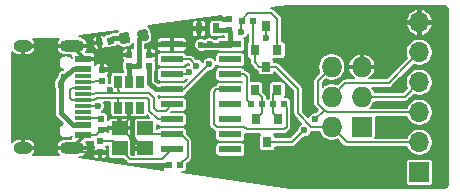
<source format=gtl>
G04 #@! TF.GenerationSoftware,KiCad,Pcbnew,5.1.5-52549c5~84~ubuntu19.10.1*
G04 #@! TF.CreationDate,2020-04-02T17:38:40+02:00*
G04 #@! TF.ProjectId,ESP-TC-PROG,4553502d-5443-42d5-9052-4f472e6b6963,rev?*
G04 #@! TF.SameCoordinates,Original*
G04 #@! TF.FileFunction,Copper,L1,Top*
G04 #@! TF.FilePolarity,Positive*
%FSLAX46Y46*%
G04 Gerber Fmt 4.6, Leading zero omitted, Abs format (unit mm)*
G04 Created by KiCad (PCBNEW 5.1.5-52549c5~84~ubuntu19.10.1) date 2020-04-02 17:38:40*
%MOMM*%
%LPD*%
G04 APERTURE LIST*
%ADD10R,0.800000X0.900000*%
%ADD11O,1.727200X1.727200*%
%ADD12R,1.727200X1.727200*%
%ADD13O,1.700000X1.700000*%
%ADD14R,1.700000X1.700000*%
%ADD15R,1.400000X1.200000*%
%ADD16R,1.950000X0.600000*%
%ADD17R,0.650000X1.060000*%
%ADD18R,0.500000X0.600000*%
%ADD19C,0.100000*%
%ADD20R,0.600000X0.500000*%
%ADD21R,1.450000X0.600000*%
%ADD22O,2.100000X1.000000*%
%ADD23O,1.600000X1.000000*%
%ADD24R,1.450000X0.300000*%
%ADD25R,0.600000X0.900000*%
%ADD26C,0.600000*%
%ADD27C,0.300000*%
%ADD28C,0.200000*%
%ADD29C,0.400000*%
G04 APERTURE END LIST*
D10*
X122500000Y-94025000D03*
X123450000Y-96025000D03*
X121550000Y-96025000D03*
D11*
X128060000Y-97460000D03*
X130600000Y-97460000D03*
X128060000Y-100000000D03*
X130600000Y-100000000D03*
X128060000Y-102540000D03*
D12*
X130600000Y-102540000D03*
D13*
X135480000Y-93690000D03*
X135480000Y-96230000D03*
X135480000Y-98770000D03*
X135480000Y-101310000D03*
X135480000Y-103850000D03*
D14*
X135480000Y-106390000D03*
D15*
X110090000Y-102650000D03*
X112290000Y-102650000D03*
X112290000Y-104350000D03*
X110090000Y-104350000D03*
D16*
X119475000Y-95555000D03*
X119475000Y-96825000D03*
X119475000Y-98095000D03*
X119475000Y-99365000D03*
X119475000Y-100635000D03*
X119475000Y-101905000D03*
X119475000Y-103175000D03*
X119475000Y-104445000D03*
X114525000Y-104445000D03*
X114525000Y-103175000D03*
X114525000Y-101905000D03*
X114525000Y-100635000D03*
X114525000Y-99365000D03*
X114525000Y-98095000D03*
X114525000Y-96825000D03*
X114525000Y-95555000D03*
D17*
X110900000Y-98700000D03*
X109950000Y-98700000D03*
X111850000Y-98700000D03*
X111850000Y-100900000D03*
X110900000Y-100900000D03*
X109950000Y-100900000D03*
D18*
X121370000Y-93550000D03*
X120430000Y-93550000D03*
X121205000Y-100625000D03*
X122145000Y-100625000D03*
X124045000Y-100625000D03*
X123105000Y-100625000D03*
G04 #@! TA.AperFunction,SMDPad,CuDef*
D19*
G36*
X108588074Y-95035813D02*
G01*
X108676760Y-95629222D01*
X108182252Y-95703127D01*
X108093566Y-95109718D01*
X108588074Y-95035813D01*
G37*
G04 #@! TD.AperFunction*
G04 #@! TA.AperFunction,SMDPad,CuDef*
G36*
X109517748Y-94896873D02*
G01*
X109606434Y-95490282D01*
X109111926Y-95564187D01*
X109023240Y-94970778D01*
X109517748Y-94896873D01*
G37*
G04 #@! TD.AperFunction*
D20*
X108500000Y-101830000D03*
X108500000Y-102770000D03*
X108600000Y-98620000D03*
X108600000Y-97680000D03*
D10*
X122500000Y-97425000D03*
X123450000Y-99425000D03*
X121550000Y-99425000D03*
X122600000Y-103825000D03*
X121650000Y-101825000D03*
X123550000Y-101825000D03*
D21*
X107000000Y-97600000D03*
X107000000Y-102400000D03*
X107000000Y-103200000D03*
X107000000Y-96800000D03*
D22*
X106085000Y-95680000D03*
X106085000Y-104320000D03*
D23*
X101905000Y-95680000D03*
X101905000Y-104320000D03*
D21*
X107000000Y-103200000D03*
X107000000Y-102400000D03*
D24*
X107000000Y-101750000D03*
X107000000Y-101250000D03*
X107000000Y-100750000D03*
X107000000Y-100250000D03*
X107000000Y-99750000D03*
X107000000Y-99250000D03*
X107000000Y-98750000D03*
X107000000Y-98250000D03*
D21*
X107000000Y-97600000D03*
X107000000Y-96800000D03*
G04 #@! TA.AperFunction,SMDPad,CuDef*
D19*
G36*
X112289182Y-94281414D02*
G01*
X112310241Y-94285579D01*
X112330791Y-94291788D01*
X112350633Y-94299981D01*
X112369576Y-94310080D01*
X112387438Y-94321987D01*
X112404047Y-94335588D01*
X112419244Y-94350751D01*
X112432880Y-94367330D01*
X112444826Y-94385166D01*
X112454966Y-94404087D01*
X112463203Y-94423912D01*
X112469457Y-94444447D01*
X112473668Y-94465498D01*
X112549420Y-94972369D01*
X112551548Y-94993730D01*
X112551571Y-95015197D01*
X112549490Y-95036563D01*
X112545325Y-95057623D01*
X112539116Y-95078172D01*
X112530922Y-95098014D01*
X112520824Y-95116957D01*
X112508917Y-95134820D01*
X112495316Y-95151429D01*
X112480153Y-95166625D01*
X112463574Y-95180261D01*
X112445737Y-95192207D01*
X112426816Y-95202348D01*
X112406992Y-95210584D01*
X112386456Y-95216838D01*
X112365407Y-95221049D01*
X111932713Y-95285716D01*
X111911351Y-95287844D01*
X111889884Y-95287867D01*
X111868518Y-95285786D01*
X111847459Y-95281621D01*
X111826909Y-95275412D01*
X111807067Y-95267219D01*
X111788124Y-95257120D01*
X111770262Y-95245213D01*
X111753653Y-95231612D01*
X111738456Y-95216449D01*
X111724820Y-95199870D01*
X111712874Y-95182034D01*
X111702734Y-95163113D01*
X111694497Y-95143288D01*
X111688243Y-95122753D01*
X111684032Y-95101702D01*
X111608280Y-94594831D01*
X111606152Y-94573470D01*
X111606129Y-94552003D01*
X111608210Y-94530637D01*
X111612375Y-94509577D01*
X111618584Y-94489028D01*
X111626778Y-94469186D01*
X111636876Y-94450243D01*
X111648783Y-94432380D01*
X111662384Y-94415771D01*
X111677547Y-94400575D01*
X111694126Y-94386939D01*
X111711963Y-94374993D01*
X111730884Y-94364852D01*
X111750708Y-94356616D01*
X111771244Y-94350362D01*
X111792293Y-94346151D01*
X112224987Y-94281484D01*
X112246349Y-94279356D01*
X112267816Y-94279333D01*
X112289182Y-94281414D01*
G37*
G04 #@! TD.AperFunction*
G04 #@! TA.AperFunction,SMDPad,CuDef*
G36*
X110731482Y-94514214D02*
G01*
X110752541Y-94518379D01*
X110773091Y-94524588D01*
X110792933Y-94532781D01*
X110811876Y-94542880D01*
X110829738Y-94554787D01*
X110846347Y-94568388D01*
X110861544Y-94583551D01*
X110875180Y-94600130D01*
X110887126Y-94617966D01*
X110897266Y-94636887D01*
X110905503Y-94656712D01*
X110911757Y-94677247D01*
X110915968Y-94698298D01*
X110991720Y-95205169D01*
X110993848Y-95226530D01*
X110993871Y-95247997D01*
X110991790Y-95269363D01*
X110987625Y-95290423D01*
X110981416Y-95310972D01*
X110973222Y-95330814D01*
X110963124Y-95349757D01*
X110951217Y-95367620D01*
X110937616Y-95384229D01*
X110922453Y-95399425D01*
X110905874Y-95413061D01*
X110888037Y-95425007D01*
X110869116Y-95435148D01*
X110849292Y-95443384D01*
X110828756Y-95449638D01*
X110807707Y-95453849D01*
X110375013Y-95518516D01*
X110353651Y-95520644D01*
X110332184Y-95520667D01*
X110310818Y-95518586D01*
X110289759Y-95514421D01*
X110269209Y-95508212D01*
X110249367Y-95500019D01*
X110230424Y-95489920D01*
X110212562Y-95478013D01*
X110195953Y-95464412D01*
X110180756Y-95449249D01*
X110167120Y-95432670D01*
X110155174Y-95414834D01*
X110145034Y-95395913D01*
X110136797Y-95376088D01*
X110130543Y-95355553D01*
X110126332Y-95334502D01*
X110050580Y-94827631D01*
X110048452Y-94806270D01*
X110048429Y-94784803D01*
X110050510Y-94763437D01*
X110054675Y-94742377D01*
X110060884Y-94721828D01*
X110069078Y-94701986D01*
X110079176Y-94683043D01*
X110091083Y-94665180D01*
X110104684Y-94648571D01*
X110119847Y-94633375D01*
X110136426Y-94619739D01*
X110154263Y-94607793D01*
X110173184Y-94597652D01*
X110193008Y-94589416D01*
X110213544Y-94583162D01*
X110234593Y-94578951D01*
X110667287Y-94514284D01*
X110688649Y-94512156D01*
X110710116Y-94512133D01*
X110731482Y-94514214D01*
G37*
G04 #@! TD.AperFunction*
D20*
X112600000Y-96430000D03*
X112600000Y-97370000D03*
X108460000Y-104700000D03*
X108460000Y-103760000D03*
D18*
X115250000Y-105790000D03*
X114310000Y-105790000D03*
D20*
X119350000Y-93430000D03*
X119350000Y-94370000D03*
X110900000Y-96430000D03*
X110900000Y-97370000D03*
D25*
X116800000Y-94200000D03*
X118300000Y-94200000D03*
D26*
X109100000Y-101100000D03*
X108600000Y-96800000D03*
X109900000Y-97300000D03*
X116100000Y-95200000D03*
X117100000Y-96600000D03*
X116500000Y-99600000D03*
X116500000Y-101000000D03*
X116500000Y-102400000D03*
X116500000Y-103800000D03*
X121300000Y-103800000D03*
X124900000Y-102700000D03*
X122500000Y-98500000D03*
X124300000Y-97100000D03*
X126000000Y-99100000D03*
X124100000Y-92700000D03*
X124300000Y-94400000D03*
X126000000Y-96100000D03*
X128200000Y-94500000D03*
X132300000Y-94900000D03*
X133300000Y-95800000D03*
X133800000Y-99100000D03*
X132100000Y-98000000D03*
X132150000Y-100650000D03*
X133850000Y-100650000D03*
X133850000Y-102550000D03*
X132150000Y-102550000D03*
X133800000Y-104550000D03*
X126500000Y-103750000D03*
X121000000Y-97450000D03*
X110000000Y-96000000D03*
X113100000Y-94900000D03*
X133900000Y-107100000D03*
X124350000Y-107100000D03*
X111370000Y-103830000D03*
X113370000Y-105840000D03*
X116530000Y-105930000D03*
X105430000Y-98290000D03*
X105110000Y-98960000D03*
X117710000Y-95550000D03*
X117000000Y-95600000D03*
X111750000Y-97350000D03*
X120400000Y-94500000D03*
X117700000Y-97199998D03*
X109260000Y-99430000D03*
X108258831Y-100773533D03*
X126650000Y-101900000D03*
X125750000Y-102800002D03*
X116600000Y-97350000D03*
X116000000Y-97900000D03*
X122500000Y-95050000D03*
D27*
X107000000Y-103405000D02*
X106085000Y-104320000D01*
X107000000Y-103200000D02*
X107000000Y-103405000D01*
X107000000Y-96595000D02*
X106085000Y-95680000D01*
X107000000Y-96800000D02*
X107000000Y-96595000D01*
D28*
X108070000Y-103200000D02*
X107000000Y-103200000D01*
X108500000Y-102770000D02*
X108070000Y-103200000D01*
X107715000Y-104700000D02*
X108049990Y-104700000D01*
X106085000Y-104320000D02*
X107335000Y-104320000D01*
X107335000Y-104320000D02*
X107715000Y-104700000D01*
X106465000Y-104700000D02*
X106085000Y-104320000D01*
X108460000Y-104700000D02*
X106465000Y-104700000D01*
X110900000Y-101840000D02*
X110090000Y-102650000D01*
X110900000Y-100900000D02*
X110900000Y-101840000D01*
X108620000Y-102650000D02*
X108500000Y-102770000D01*
X110090000Y-102650000D02*
X108620000Y-102650000D01*
X110190000Y-102650000D02*
X110090000Y-102650000D01*
X111890000Y-104350000D02*
X111370000Y-103830000D01*
X112290000Y-104350000D02*
X111890000Y-104350000D01*
X111370000Y-103830000D02*
X110190000Y-102650000D01*
D29*
X110900000Y-98700000D02*
X110900000Y-97370000D01*
X119475000Y-94495000D02*
X119350000Y-94370000D01*
X119475000Y-95555000D02*
X119475000Y-94495000D01*
X118470000Y-94370000D02*
X118300000Y-94200000D01*
X119350000Y-94370000D02*
X118470000Y-94370000D01*
X106138002Y-97600000D02*
X107000000Y-97600000D01*
X105304001Y-98415999D02*
X105430000Y-98290000D01*
X105304001Y-98434001D02*
X105304001Y-98415999D01*
X105430000Y-98290000D02*
X106138002Y-97600000D01*
X105130000Y-98608002D02*
X105304001Y-98434001D01*
X105110000Y-98960000D02*
X105130000Y-98608002D01*
X107000000Y-102400000D02*
X106138002Y-102400000D01*
X106138002Y-102400000D02*
X105130000Y-101391998D01*
X105130000Y-98940000D02*
X105110000Y-98960000D01*
X105130000Y-101391998D02*
X105130000Y-98940000D01*
X119430000Y-95600000D02*
X119475000Y-95555000D01*
X117000000Y-95600000D02*
X119430000Y-95600000D01*
X110920000Y-97350000D02*
X110900000Y-97370000D01*
X111750000Y-97350000D02*
X110920000Y-97350000D01*
X111750000Y-95112450D02*
X112078850Y-94783600D01*
X111750000Y-97350000D02*
X111750000Y-95112450D01*
D28*
X112815000Y-103175000D02*
X112290000Y-102650000D01*
X114525000Y-103175000D02*
X112815000Y-103175000D01*
X115850000Y-105100000D02*
X115250000Y-105700000D01*
X114525000Y-103175000D02*
X115255000Y-103175000D01*
X115250000Y-105700000D02*
X115250000Y-105790000D01*
X115850000Y-103770000D02*
X115850000Y-105100000D01*
X115255000Y-103175000D02*
X115850000Y-103770000D01*
X109500000Y-103760000D02*
X108460000Y-103760000D01*
X110090000Y-104350000D02*
X109500000Y-103760000D01*
X110090000Y-104390000D02*
X110090000Y-104350000D01*
X113730001Y-105239999D02*
X113081999Y-105239999D01*
X110980000Y-105280000D02*
X110090000Y-104390000D01*
X114525000Y-104445000D02*
X113730001Y-105239999D01*
X113041998Y-105280000D02*
X110980000Y-105280000D01*
X113081999Y-105239999D02*
X113041998Y-105280000D01*
D29*
X112600000Y-98020000D02*
X112600000Y-97370000D01*
X112600000Y-98815000D02*
X112600000Y-98020000D01*
X113150000Y-99365000D02*
X112600000Y-98815000D01*
X114525000Y-99365000D02*
X113150000Y-99365000D01*
D28*
X120400000Y-93580000D02*
X120430000Y-93550000D01*
X120400000Y-94500000D02*
X120400000Y-93580000D01*
X121000000Y-92900000D02*
X120430000Y-93470000D01*
X122950000Y-92900000D02*
X121000000Y-92900000D01*
X120430000Y-93470000D02*
X120430000Y-93550000D01*
X123450000Y-96025000D02*
X123450000Y-93400000D01*
X123450000Y-93400000D02*
X122950000Y-92900000D01*
X115534998Y-99365000D02*
X117700000Y-97199998D01*
X114525000Y-99365000D02*
X115534998Y-99365000D01*
D29*
X109528967Y-95016400D02*
X109314837Y-95230530D01*
X110521150Y-95016400D02*
X109528967Y-95016400D01*
D28*
X108420000Y-101750000D02*
X108500000Y-101830000D01*
X107000000Y-101750000D02*
X108420000Y-101750000D01*
X109950000Y-99430000D02*
X109950000Y-98700000D01*
X110170001Y-99650001D02*
X109950000Y-99430000D01*
X107900000Y-99750000D02*
X107000000Y-99750000D01*
X107999999Y-99650001D02*
X107900000Y-99750000D01*
X112560000Y-99650001D02*
X110170001Y-99650001D01*
X113000000Y-100090000D02*
X112560000Y-99650001D01*
X114000000Y-101160000D02*
X113240000Y-101160000D01*
X114525000Y-100635000D02*
X114000000Y-101160000D01*
X113240000Y-101160000D02*
X113000000Y-100920000D01*
X113000000Y-100920000D02*
X113000000Y-100090000D01*
X107000000Y-100750000D02*
X108235298Y-100750000D01*
X108235298Y-100750000D02*
X108258831Y-100773533D01*
X109260000Y-99430000D02*
X109260000Y-99640000D01*
X110170001Y-99650001D02*
X109250000Y-99650000D01*
X109260000Y-99640000D02*
X109250000Y-99650000D01*
X109250000Y-99650000D02*
X107999999Y-99650001D01*
X110069989Y-100050011D02*
X109950000Y-100170000D01*
X109950000Y-100170000D02*
X109950000Y-100900000D01*
X106075000Y-100250000D02*
X105900000Y-100075000D01*
X107000000Y-100250000D02*
X106075000Y-100250000D01*
X105900000Y-99425000D02*
X106075000Y-99250000D01*
X106075000Y-99250000D02*
X107000000Y-99250000D01*
X105900000Y-100075000D02*
X105900000Y-99425000D01*
X113350000Y-101905000D02*
X112599989Y-101154989D01*
X114525000Y-101905000D02*
X113350000Y-101905000D01*
X112394312Y-100050012D02*
X110069989Y-100050011D01*
X112599989Y-100255690D02*
X112394312Y-100050012D01*
X112599989Y-101154989D02*
X112599989Y-100255690D01*
X108165689Y-100050011D02*
X107965700Y-100250000D01*
X107965700Y-100250000D02*
X107000000Y-100250000D01*
X110069989Y-100050011D02*
X108165689Y-100050011D01*
X108100000Y-98620000D02*
X108600000Y-98620000D01*
X107970000Y-98750000D02*
X108100000Y-98620000D01*
X107000000Y-98750000D02*
X107970000Y-98750000D01*
X127196401Y-98323599D02*
X128060000Y-97460000D01*
X126896399Y-98623601D02*
X127196401Y-98323599D01*
X126896399Y-100558529D02*
X126896399Y-98623601D01*
X135480000Y-101310000D02*
X127647870Y-101310000D01*
X127400000Y-101150000D02*
X127400000Y-101100000D01*
X126650000Y-101900000D02*
X127400000Y-101150000D01*
X127647870Y-101310000D02*
X127400000Y-101100000D01*
X127400000Y-101100000D02*
X126896399Y-100558529D01*
X122600000Y-103825000D02*
X124725002Y-103825000D01*
X124725002Y-103825000D02*
X125750000Y-102800002D01*
X134630001Y-97079999D02*
X135480000Y-96230000D01*
X132873601Y-98836399D02*
X134630001Y-97079999D01*
X129223601Y-98836399D02*
X132873601Y-98836399D01*
X128060000Y-100000000D02*
X129223601Y-98836399D01*
X114525000Y-96825000D02*
X116075000Y-96825000D01*
X116075000Y-96825000D02*
X116600000Y-97350000D01*
X134250000Y-100000000D02*
X135480000Y-98770000D01*
X130600000Y-100000000D02*
X134250000Y-100000000D01*
X114525000Y-98095000D02*
X115805000Y-98095000D01*
X115805000Y-98095000D02*
X116000000Y-97900000D01*
X121370000Y-95845000D02*
X121550000Y-96025000D01*
X121370000Y-93550000D02*
X121370000Y-95845000D01*
X121550000Y-96675000D02*
X121550000Y-96025000D01*
X121900000Y-97425000D02*
X121550000Y-97075000D01*
X121550000Y-97075000D02*
X121550000Y-96675000D01*
X122500000Y-97425000D02*
X121900000Y-97425000D01*
X134277919Y-103850000D02*
X135480000Y-103850000D01*
X129350000Y-103850000D02*
X134277919Y-103850000D01*
X128060000Y-102540000D02*
X128060000Y-102560000D01*
X128060000Y-102560000D02*
X129350000Y-103850000D01*
X126340000Y-102540000D02*
X128060000Y-102540000D01*
X122500000Y-97425000D02*
X123325000Y-97425000D01*
X125200000Y-101400000D02*
X126340000Y-102540000D01*
X125200000Y-99300000D02*
X125200000Y-101400000D01*
X123325000Y-97425000D02*
X125200000Y-99300000D01*
X122500000Y-94025000D02*
X122500000Y-95050000D01*
X122145000Y-101330000D02*
X122145000Y-100625000D01*
X121650000Y-101825000D02*
X122145000Y-101330000D01*
X122145000Y-100020000D02*
X122145000Y-100625000D01*
X121550000Y-99425000D02*
X122145000Y-100020000D01*
X123105000Y-99770000D02*
X123450000Y-99425000D01*
X123105000Y-100625000D02*
X123105000Y-99770000D01*
X123105000Y-101380000D02*
X123550000Y-101825000D01*
X123105000Y-100625000D02*
X123105000Y-101380000D01*
X124250001Y-102515001D02*
X124015002Y-102750000D01*
X124250001Y-100880001D02*
X124250001Y-102515001D01*
X124045000Y-100625000D02*
X124045000Y-100675000D01*
X124045000Y-100675000D02*
X124250001Y-100880001D01*
X120865002Y-102750000D02*
X120665002Y-102550000D01*
X124015002Y-102750000D02*
X120865002Y-102750000D01*
X118304998Y-102550000D02*
X118050000Y-102295002D01*
X120665002Y-102550000D02*
X118304998Y-102550000D01*
X118300000Y-99365000D02*
X119475000Y-99365000D01*
X118050000Y-99615000D02*
X118300000Y-99365000D01*
X118050000Y-102295002D02*
X118050000Y-99615000D01*
X121205000Y-100575000D02*
X120850000Y-100220000D01*
X121205000Y-100625000D02*
X121205000Y-100575000D01*
X120850000Y-98295000D02*
X120650000Y-98095000D01*
X120650000Y-98095000D02*
X119475000Y-98095000D01*
X120850000Y-100220000D02*
X120850000Y-98295000D01*
G36*
X137562250Y-92284624D02*
G01*
X137641359Y-92308508D01*
X137714329Y-92347307D01*
X137778371Y-92399539D01*
X137831049Y-92463215D01*
X137870354Y-92535908D01*
X137894793Y-92614859D01*
X137905000Y-92711965D01*
X137905001Y-107284092D01*
X137895376Y-107382250D01*
X137871491Y-107461362D01*
X137832693Y-107534330D01*
X137780460Y-107598373D01*
X137716786Y-107651048D01*
X137644092Y-107690354D01*
X137565140Y-107714793D01*
X137468036Y-107725000D01*
X124523545Y-107725000D01*
X115367300Y-106391451D01*
X115500000Y-106391451D01*
X115558810Y-106385659D01*
X115615360Y-106368504D01*
X115667477Y-106340647D01*
X115713158Y-106303158D01*
X115750647Y-106257477D01*
X115778504Y-106205360D01*
X115795659Y-106148810D01*
X115801451Y-106090000D01*
X115801451Y-105714234D01*
X115975685Y-105540000D01*
X134328549Y-105540000D01*
X134328549Y-107240000D01*
X134334341Y-107298810D01*
X134351496Y-107355360D01*
X134379353Y-107407477D01*
X134416842Y-107453158D01*
X134462523Y-107490647D01*
X134514640Y-107518504D01*
X134571190Y-107535659D01*
X134630000Y-107541451D01*
X136330000Y-107541451D01*
X136388810Y-107535659D01*
X136445360Y-107518504D01*
X136497477Y-107490647D01*
X136543158Y-107453158D01*
X136580647Y-107407477D01*
X136608504Y-107355360D01*
X136625659Y-107298810D01*
X136631451Y-107240000D01*
X136631451Y-105540000D01*
X136625659Y-105481190D01*
X136608504Y-105424640D01*
X136580647Y-105372523D01*
X136543158Y-105326842D01*
X136497477Y-105289353D01*
X136445360Y-105261496D01*
X136388810Y-105244341D01*
X136330000Y-105238549D01*
X134630000Y-105238549D01*
X134571190Y-105244341D01*
X134514640Y-105261496D01*
X134462523Y-105289353D01*
X134416842Y-105326842D01*
X134379353Y-105372523D01*
X134351496Y-105424640D01*
X134334341Y-105481190D01*
X134328549Y-105540000D01*
X115975685Y-105540000D01*
X116118953Y-105396733D01*
X116134211Y-105384211D01*
X116157670Y-105355627D01*
X116180772Y-105327476D01*
X116184197Y-105323303D01*
X116221340Y-105253814D01*
X116244212Y-105178414D01*
X116250000Y-105119647D01*
X116250000Y-105119637D01*
X116251934Y-105100001D01*
X116250000Y-105080365D01*
X116250000Y-104145000D01*
X118198549Y-104145000D01*
X118198549Y-104745000D01*
X118204341Y-104803810D01*
X118221496Y-104860360D01*
X118249353Y-104912477D01*
X118286842Y-104958158D01*
X118332523Y-104995647D01*
X118384640Y-105023504D01*
X118441190Y-105040659D01*
X118500000Y-105046451D01*
X120450000Y-105046451D01*
X120508810Y-105040659D01*
X120565360Y-105023504D01*
X120617477Y-104995647D01*
X120663158Y-104958158D01*
X120700647Y-104912477D01*
X120728504Y-104860360D01*
X120745659Y-104803810D01*
X120751451Y-104745000D01*
X120751451Y-104145000D01*
X120745659Y-104086190D01*
X120728504Y-104029640D01*
X120700647Y-103977523D01*
X120663158Y-103931842D01*
X120617477Y-103894353D01*
X120565360Y-103866496D01*
X120508810Y-103849341D01*
X120450000Y-103843549D01*
X118500000Y-103843549D01*
X118441190Y-103849341D01*
X118384640Y-103866496D01*
X118332523Y-103894353D01*
X118286842Y-103931842D01*
X118249353Y-103977523D01*
X118221496Y-104029640D01*
X118204341Y-104086190D01*
X118198549Y-104145000D01*
X116250000Y-104145000D01*
X116250000Y-103789643D01*
X116251935Y-103769999D01*
X116249629Y-103746586D01*
X116244212Y-103691586D01*
X116221340Y-103616186D01*
X116184197Y-103546697D01*
X116169267Y-103528505D01*
X116146735Y-103501049D01*
X116146733Y-103501047D01*
X116134211Y-103485789D01*
X116118954Y-103473268D01*
X115801451Y-103155766D01*
X115801451Y-102875000D01*
X115795659Y-102816190D01*
X115778504Y-102759640D01*
X115750647Y-102707523D01*
X115713158Y-102661842D01*
X115667477Y-102624353D01*
X115615360Y-102596496D01*
X115558810Y-102579341D01*
X115500000Y-102573549D01*
X113550000Y-102573549D01*
X113491190Y-102579341D01*
X113434640Y-102596496D01*
X113382523Y-102624353D01*
X113336842Y-102661842D01*
X113299353Y-102707523D01*
X113291451Y-102722307D01*
X113291451Y-102357693D01*
X113299353Y-102372477D01*
X113336842Y-102418158D01*
X113382523Y-102455647D01*
X113434640Y-102483504D01*
X113491190Y-102500659D01*
X113550000Y-102506451D01*
X115500000Y-102506451D01*
X115558810Y-102500659D01*
X115615360Y-102483504D01*
X115667477Y-102455647D01*
X115713158Y-102418158D01*
X115750647Y-102372477D01*
X115778504Y-102320360D01*
X115795659Y-102263810D01*
X115801451Y-102205000D01*
X115801451Y-101605000D01*
X115795659Y-101546190D01*
X115778504Y-101489640D01*
X115750647Y-101437523D01*
X115713158Y-101391842D01*
X115667477Y-101354353D01*
X115615360Y-101326496D01*
X115558810Y-101309341D01*
X115500000Y-101303549D01*
X114422136Y-101303549D01*
X114489234Y-101236451D01*
X115500000Y-101236451D01*
X115558810Y-101230659D01*
X115615360Y-101213504D01*
X115667477Y-101185647D01*
X115713158Y-101148158D01*
X115750647Y-101102477D01*
X115778504Y-101050360D01*
X115795659Y-100993810D01*
X115801451Y-100935000D01*
X115801451Y-100335000D01*
X115795659Y-100276190D01*
X115778504Y-100219640D01*
X115750647Y-100167523D01*
X115713158Y-100121842D01*
X115667477Y-100084353D01*
X115615360Y-100056496D01*
X115558810Y-100039341D01*
X115500000Y-100033549D01*
X113550000Y-100033549D01*
X113491190Y-100039341D01*
X113434640Y-100056496D01*
X113400435Y-100074779D01*
X113400000Y-100070363D01*
X113400000Y-100070353D01*
X113394212Y-100011586D01*
X113371340Y-99936186D01*
X113343043Y-99883247D01*
X113382523Y-99915647D01*
X113434640Y-99943504D01*
X113491190Y-99960659D01*
X113550000Y-99966451D01*
X115500000Y-99966451D01*
X115558810Y-99960659D01*
X115615360Y-99943504D01*
X115667477Y-99915647D01*
X115713158Y-99878158D01*
X115750647Y-99832477D01*
X115778504Y-99780360D01*
X115795659Y-99723810D01*
X115801451Y-99665000D01*
X115801451Y-99663785D01*
X115819209Y-99649211D01*
X115831735Y-99633948D01*
X117665686Y-97799998D01*
X117759095Y-97799998D01*
X117875014Y-97776940D01*
X117984207Y-97731711D01*
X118082478Y-97666048D01*
X118166050Y-97582476D01*
X118231713Y-97484205D01*
X118276942Y-97375012D01*
X118284774Y-97335638D01*
X118286842Y-97338158D01*
X118332523Y-97375647D01*
X118384640Y-97403504D01*
X118441190Y-97420659D01*
X118500000Y-97426451D01*
X120450000Y-97426451D01*
X120508810Y-97420659D01*
X120565360Y-97403504D01*
X120617477Y-97375647D01*
X120663158Y-97338158D01*
X120700647Y-97292477D01*
X120728504Y-97240360D01*
X120745659Y-97183810D01*
X120751451Y-97125000D01*
X120751451Y-96525000D01*
X120745659Y-96466190D01*
X120728504Y-96409640D01*
X120700647Y-96357523D01*
X120663158Y-96311842D01*
X120617477Y-96274353D01*
X120565360Y-96246496D01*
X120508810Y-96229341D01*
X120450000Y-96223549D01*
X118500000Y-96223549D01*
X118441190Y-96229341D01*
X118384640Y-96246496D01*
X118332523Y-96274353D01*
X118286842Y-96311842D01*
X118249353Y-96357523D01*
X118221496Y-96409640D01*
X118204341Y-96466190D01*
X118198549Y-96525000D01*
X118198549Y-96866158D01*
X118166050Y-96817520D01*
X118082478Y-96733948D01*
X117984207Y-96668285D01*
X117875014Y-96623056D01*
X117759095Y-96599998D01*
X117640905Y-96599998D01*
X117524986Y-96623056D01*
X117415793Y-96668285D01*
X117317522Y-96733948D01*
X117233950Y-96817520D01*
X117168287Y-96915791D01*
X117123058Y-97024984D01*
X117118788Y-97046450D01*
X117066050Y-96967522D01*
X116982478Y-96883950D01*
X116884207Y-96818287D01*
X116775014Y-96773058D01*
X116659095Y-96750000D01*
X116565685Y-96750000D01*
X116371737Y-96556052D01*
X116359211Y-96540789D01*
X116298303Y-96490803D01*
X116228814Y-96453660D01*
X116153414Y-96430788D01*
X116094647Y-96425000D01*
X116094646Y-96425000D01*
X116075000Y-96423065D01*
X116055354Y-96425000D01*
X115783164Y-96425000D01*
X115778504Y-96409640D01*
X115750647Y-96357523D01*
X115713158Y-96311842D01*
X115667477Y-96274353D01*
X115615360Y-96246496D01*
X115558810Y-96229341D01*
X115500000Y-96223549D01*
X113550000Y-96223549D01*
X113491190Y-96229341D01*
X113434640Y-96246496D01*
X113382523Y-96274353D01*
X113336842Y-96311842D01*
X113299353Y-96357523D01*
X113271496Y-96409640D01*
X113254341Y-96466190D01*
X113248549Y-96525000D01*
X113248549Y-97125000D01*
X113254341Y-97183810D01*
X113271496Y-97240360D01*
X113299353Y-97292477D01*
X113336842Y-97338158D01*
X113382523Y-97375647D01*
X113434640Y-97403504D01*
X113491190Y-97420659D01*
X113550000Y-97426451D01*
X115500000Y-97426451D01*
X115558810Y-97420659D01*
X115615360Y-97403504D01*
X115667477Y-97375647D01*
X115713158Y-97338158D01*
X115750647Y-97292477D01*
X115778504Y-97240360D01*
X115783164Y-97225000D01*
X115909315Y-97225000D01*
X115984315Y-97300000D01*
X115940905Y-97300000D01*
X115824986Y-97323058D01*
X115715793Y-97368287D01*
X115617522Y-97433950D01*
X115552730Y-97498742D01*
X115500000Y-97493549D01*
X113550000Y-97493549D01*
X113491190Y-97499341D01*
X113434640Y-97516496D01*
X113382523Y-97544353D01*
X113336842Y-97581842D01*
X113299353Y-97627523D01*
X113271496Y-97679640D01*
X113254341Y-97736190D01*
X113248549Y-97795000D01*
X113248549Y-98395000D01*
X113254341Y-98453810D01*
X113271496Y-98510360D01*
X113299353Y-98562477D01*
X113336842Y-98608158D01*
X113382523Y-98645647D01*
X113434640Y-98673504D01*
X113491190Y-98690659D01*
X113550000Y-98696451D01*
X115500000Y-98696451D01*
X115558810Y-98690659D01*
X115615360Y-98673504D01*
X115667477Y-98645647D01*
X115713158Y-98608158D01*
X115750647Y-98562477D01*
X115778504Y-98510360D01*
X115783164Y-98495000D01*
X115785354Y-98495000D01*
X115805000Y-98496935D01*
X115824646Y-98495000D01*
X115824647Y-98495000D01*
X115840915Y-98493398D01*
X115563538Y-98770775D01*
X115558810Y-98769341D01*
X115500000Y-98763549D01*
X113550000Y-98763549D01*
X113491190Y-98769341D01*
X113434640Y-98786496D01*
X113382523Y-98814353D01*
X113340745Y-98848639D01*
X113100000Y-98607894D01*
X113100000Y-97843956D01*
X113113158Y-97833158D01*
X113150647Y-97787477D01*
X113178504Y-97735360D01*
X113195659Y-97678810D01*
X113201451Y-97620000D01*
X113201451Y-97120000D01*
X113195659Y-97061190D01*
X113178504Y-97004640D01*
X113150647Y-96952523D01*
X113113158Y-96906842D01*
X113104822Y-96900001D01*
X113113159Y-96893159D01*
X113150648Y-96847478D01*
X113178505Y-96795361D01*
X113195660Y-96738810D01*
X113201452Y-96680000D01*
X113200000Y-96605000D01*
X113125000Y-96530000D01*
X112700000Y-96530000D01*
X112700000Y-96550000D01*
X112500000Y-96550000D01*
X112500000Y-96530000D01*
X112480000Y-96530000D01*
X112480000Y-96330000D01*
X112500000Y-96330000D01*
X112500000Y-95955000D01*
X112700000Y-95955000D01*
X112700000Y-96330000D01*
X113125000Y-96330000D01*
X113200000Y-96255000D01*
X113201452Y-96180000D01*
X113195660Y-96121190D01*
X113178505Y-96064639D01*
X113150648Y-96012522D01*
X113113159Y-95966841D01*
X113067478Y-95929352D01*
X113015361Y-95901495D01*
X112958810Y-95884340D01*
X112900000Y-95878548D01*
X112775000Y-95880000D01*
X112700000Y-95955000D01*
X112500000Y-95955000D01*
X112425000Y-95880000D01*
X112300000Y-95878548D01*
X112250000Y-95883472D01*
X112250000Y-95855000D01*
X113248548Y-95855000D01*
X113254340Y-95913810D01*
X113271495Y-95970361D01*
X113299352Y-96022478D01*
X113336841Y-96068159D01*
X113382522Y-96105648D01*
X113434639Y-96133505D01*
X113491190Y-96150660D01*
X113550000Y-96156452D01*
X114350000Y-96155000D01*
X114425000Y-96080000D01*
X114425000Y-95655000D01*
X114625000Y-95655000D01*
X114625000Y-96080000D01*
X114700000Y-96155000D01*
X115500000Y-96156452D01*
X115558810Y-96150660D01*
X115615361Y-96133505D01*
X115667478Y-96105648D01*
X115713159Y-96068159D01*
X115750648Y-96022478D01*
X115778505Y-95970361D01*
X115795660Y-95913810D01*
X115801452Y-95855000D01*
X115800000Y-95730000D01*
X115725000Y-95655000D01*
X114625000Y-95655000D01*
X114425000Y-95655000D01*
X113325000Y-95655000D01*
X113250000Y-95730000D01*
X113248548Y-95855000D01*
X112250000Y-95855000D01*
X112250000Y-95543096D01*
X112409964Y-95519189D01*
X112508857Y-95494303D01*
X112600996Y-95450601D01*
X112682839Y-95389764D01*
X112751240Y-95314130D01*
X112786593Y-95255000D01*
X113248548Y-95255000D01*
X113250000Y-95380000D01*
X113325000Y-95455000D01*
X114425000Y-95455000D01*
X114425000Y-95030000D01*
X114625000Y-95030000D01*
X114625000Y-95455000D01*
X115725000Y-95455000D01*
X115800000Y-95380000D01*
X115801452Y-95255000D01*
X115795660Y-95196190D01*
X115778505Y-95139639D01*
X115750648Y-95087522D01*
X115713159Y-95041841D01*
X115667478Y-95004352D01*
X115615361Y-94976495D01*
X115558810Y-94959340D01*
X115500000Y-94953548D01*
X114700000Y-94955000D01*
X114625000Y-95030000D01*
X114425000Y-95030000D01*
X114350000Y-94955000D01*
X113550000Y-94953548D01*
X113491190Y-94959340D01*
X113434639Y-94976495D01*
X113382522Y-95004352D01*
X113336841Y-95041841D01*
X113299352Y-95087522D01*
X113271495Y-95139639D01*
X113254340Y-95196190D01*
X113248548Y-95255000D01*
X112786593Y-95255000D01*
X112803571Y-95226604D01*
X112837822Y-95130550D01*
X112852675Y-95029661D01*
X112847560Y-94927812D01*
X112806041Y-94650000D01*
X116198548Y-94650000D01*
X116204340Y-94708810D01*
X116221495Y-94765361D01*
X116249352Y-94817478D01*
X116286841Y-94863159D01*
X116332522Y-94900648D01*
X116384639Y-94928505D01*
X116441190Y-94945660D01*
X116500000Y-94951452D01*
X116625000Y-94950000D01*
X116700000Y-94875000D01*
X116700000Y-94300000D01*
X116900000Y-94300000D01*
X116900000Y-94875000D01*
X116975000Y-94950000D01*
X117100000Y-94951452D01*
X117158810Y-94945660D01*
X117215361Y-94928505D01*
X117267478Y-94900648D01*
X117313159Y-94863159D01*
X117350648Y-94817478D01*
X117378505Y-94765361D01*
X117395660Y-94708810D01*
X117401452Y-94650000D01*
X117400000Y-94375000D01*
X117325000Y-94300000D01*
X116900000Y-94300000D01*
X116700000Y-94300000D01*
X116275000Y-94300000D01*
X116200000Y-94375000D01*
X116198548Y-94650000D01*
X112806041Y-94650000D01*
X112771808Y-94420941D01*
X112746922Y-94322046D01*
X112703220Y-94229907D01*
X112642383Y-94148065D01*
X112566748Y-94079664D01*
X112481130Y-94028473D01*
X114385687Y-93750000D01*
X116198548Y-93750000D01*
X116200000Y-94025000D01*
X116275000Y-94100000D01*
X116700000Y-94100000D01*
X116700000Y-93525000D01*
X116900000Y-93525000D01*
X116900000Y-94100000D01*
X117325000Y-94100000D01*
X117400000Y-94025000D01*
X117401452Y-93750000D01*
X117395660Y-93691190D01*
X117378505Y-93634639D01*
X117350648Y-93582522D01*
X117313159Y-93536841D01*
X117267478Y-93499352D01*
X117215361Y-93471495D01*
X117158810Y-93454340D01*
X117100000Y-93448548D01*
X116975000Y-93450000D01*
X116900000Y-93525000D01*
X116700000Y-93525000D01*
X116625000Y-93450000D01*
X116500000Y-93448548D01*
X116441190Y-93454340D01*
X116384639Y-93471495D01*
X116332522Y-93499352D01*
X116286841Y-93536841D01*
X116249352Y-93582522D01*
X116221495Y-93634639D01*
X116204340Y-93691190D01*
X116198548Y-93750000D01*
X114385687Y-93750000D01*
X118757498Y-93110780D01*
X118754340Y-93121190D01*
X118748548Y-93180000D01*
X118750000Y-93255000D01*
X118825000Y-93330000D01*
X119250000Y-93330000D01*
X119250000Y-93310000D01*
X119450000Y-93310000D01*
X119450000Y-93330000D01*
X119470000Y-93330000D01*
X119470000Y-93530000D01*
X119450000Y-93530000D01*
X119450000Y-93550000D01*
X119250000Y-93550000D01*
X119250000Y-93530000D01*
X118825000Y-93530000D01*
X118815412Y-93539588D01*
X118813158Y-93536842D01*
X118767477Y-93499353D01*
X118715360Y-93471496D01*
X118658810Y-93454341D01*
X118600000Y-93448549D01*
X118000000Y-93448549D01*
X117941190Y-93454341D01*
X117884640Y-93471496D01*
X117832523Y-93499353D01*
X117786842Y-93536842D01*
X117749353Y-93582523D01*
X117721496Y-93634640D01*
X117704341Y-93691190D01*
X117698549Y-93750000D01*
X117698549Y-94650000D01*
X117704341Y-94708810D01*
X117721496Y-94765360D01*
X117749353Y-94817477D01*
X117786842Y-94863158D01*
X117832523Y-94900647D01*
X117884640Y-94928504D01*
X117941190Y-94945659D01*
X118000000Y-94951451D01*
X118600000Y-94951451D01*
X118658810Y-94945659D01*
X118715360Y-94928504D01*
X118767477Y-94900647D01*
X118804821Y-94870000D01*
X118881735Y-94870000D01*
X118882523Y-94870647D01*
X118934640Y-94898504D01*
X118975001Y-94910748D01*
X118975001Y-94953549D01*
X118500000Y-94953549D01*
X118441190Y-94959341D01*
X118384640Y-94976496D01*
X118332523Y-95004353D01*
X118286842Y-95041842D01*
X118249353Y-95087523D01*
X118242684Y-95100000D01*
X118108528Y-95100000D01*
X118092478Y-95083950D01*
X117994207Y-95018287D01*
X117885014Y-94973058D01*
X117769095Y-94950000D01*
X117650905Y-94950000D01*
X117534986Y-94973058D01*
X117425793Y-95018287D01*
X117327522Y-95083950D01*
X117319562Y-95091910D01*
X117284207Y-95068287D01*
X117175014Y-95023058D01*
X117059095Y-95000000D01*
X116940905Y-95000000D01*
X116824986Y-95023058D01*
X116715793Y-95068287D01*
X116617522Y-95133950D01*
X116533950Y-95217522D01*
X116468287Y-95315793D01*
X116423058Y-95424986D01*
X116400000Y-95540905D01*
X116400000Y-95659095D01*
X116423058Y-95775014D01*
X116468287Y-95884207D01*
X116533950Y-95982478D01*
X116617522Y-96066050D01*
X116715793Y-96131713D01*
X116824986Y-96176942D01*
X116940905Y-96200000D01*
X117059095Y-96200000D01*
X117175014Y-96176942D01*
X117284207Y-96131713D01*
X117331669Y-96100000D01*
X117469942Y-96100000D01*
X117534986Y-96126942D01*
X117650905Y-96150000D01*
X117769095Y-96150000D01*
X117885014Y-96126942D01*
X117950058Y-96100000D01*
X118325642Y-96100000D01*
X118332523Y-96105647D01*
X118384640Y-96133504D01*
X118441190Y-96150659D01*
X118500000Y-96156451D01*
X120450000Y-96156451D01*
X120508810Y-96150659D01*
X120565360Y-96133504D01*
X120617477Y-96105647D01*
X120663158Y-96068158D01*
X120700647Y-96022477D01*
X120728504Y-95970360D01*
X120745659Y-95913810D01*
X120751451Y-95855000D01*
X120751451Y-95255000D01*
X120745659Y-95196190D01*
X120728504Y-95139640D01*
X120700647Y-95087523D01*
X120663158Y-95041842D01*
X120662016Y-95040905D01*
X120684207Y-95031713D01*
X120782478Y-94966050D01*
X120866050Y-94882478D01*
X120931713Y-94784207D01*
X120970000Y-94691772D01*
X120970001Y-95334630D01*
X120936842Y-95361842D01*
X120899353Y-95407523D01*
X120871496Y-95459640D01*
X120854341Y-95516190D01*
X120848549Y-95575000D01*
X120848549Y-96475000D01*
X120854341Y-96533810D01*
X120871496Y-96590360D01*
X120899353Y-96642477D01*
X120936842Y-96688158D01*
X120982523Y-96725647D01*
X121034640Y-96753504D01*
X121091190Y-96770659D01*
X121150000Y-96776451D01*
X121150000Y-97055354D01*
X121148065Y-97075000D01*
X121152990Y-97125000D01*
X121155788Y-97153413D01*
X121178660Y-97228813D01*
X121215803Y-97298302D01*
X121265789Y-97359211D01*
X121281052Y-97371737D01*
X121603267Y-97693953D01*
X121615789Y-97709211D01*
X121631047Y-97721733D01*
X121631049Y-97721735D01*
X121676697Y-97759197D01*
X121746186Y-97796340D01*
X121798549Y-97812224D01*
X121798549Y-97875000D01*
X121804341Y-97933810D01*
X121821496Y-97990360D01*
X121849353Y-98042477D01*
X121886842Y-98088158D01*
X121932523Y-98125647D01*
X121984640Y-98153504D01*
X122041190Y-98170659D01*
X122100000Y-98176451D01*
X122900000Y-98176451D01*
X122958810Y-98170659D01*
X123015360Y-98153504D01*
X123067477Y-98125647D01*
X123113158Y-98088158D01*
X123150647Y-98042477D01*
X123178504Y-97990360D01*
X123195659Y-97933810D01*
X123201451Y-97875000D01*
X123201451Y-97867136D01*
X124800000Y-99465685D01*
X124800001Y-101380344D01*
X124798065Y-101400000D01*
X124805788Y-101478413D01*
X124828661Y-101553814D01*
X124865803Y-101623302D01*
X124903265Y-101668950D01*
X124903268Y-101668953D01*
X124915790Y-101684211D01*
X124931048Y-101696733D01*
X125491822Y-102257507D01*
X125465793Y-102268289D01*
X125367522Y-102333952D01*
X125283950Y-102417524D01*
X125218287Y-102515795D01*
X125173058Y-102624988D01*
X125150000Y-102740907D01*
X125150000Y-102834316D01*
X124559317Y-103425000D01*
X123301451Y-103425000D01*
X123301451Y-103375000D01*
X123295659Y-103316190D01*
X123278504Y-103259640D01*
X123250647Y-103207523D01*
X123213158Y-103161842D01*
X123198728Y-103150000D01*
X123995356Y-103150000D01*
X124015002Y-103151935D01*
X124034648Y-103150000D01*
X124034649Y-103150000D01*
X124093416Y-103144212D01*
X124168816Y-103121340D01*
X124238305Y-103084197D01*
X124299213Y-103034211D01*
X124311739Y-103018948D01*
X124518949Y-102811738D01*
X124534212Y-102799212D01*
X124584198Y-102738304D01*
X124621341Y-102668815D01*
X124644213Y-102593415D01*
X124650001Y-102534648D01*
X124651936Y-102515001D01*
X124650001Y-102495354D01*
X124650001Y-100899636D01*
X124651935Y-100880000D01*
X124650001Y-100860364D01*
X124650001Y-100860354D01*
X124644213Y-100801587D01*
X124621341Y-100726187D01*
X124596451Y-100679622D01*
X124596451Y-100325000D01*
X124590659Y-100266190D01*
X124573504Y-100209640D01*
X124545647Y-100157523D01*
X124508158Y-100111842D01*
X124462477Y-100074353D01*
X124410360Y-100046496D01*
X124353810Y-100029341D01*
X124295000Y-100023549D01*
X124110764Y-100023549D01*
X124128504Y-99990360D01*
X124145659Y-99933810D01*
X124151451Y-99875000D01*
X124151451Y-98975000D01*
X124145659Y-98916190D01*
X124128504Y-98859640D01*
X124100647Y-98807523D01*
X124063158Y-98761842D01*
X124017477Y-98724353D01*
X123965360Y-98696496D01*
X123908810Y-98679341D01*
X123850000Y-98673549D01*
X123050000Y-98673549D01*
X122991190Y-98679341D01*
X122934640Y-98696496D01*
X122882523Y-98724353D01*
X122836842Y-98761842D01*
X122799353Y-98807523D01*
X122771496Y-98859640D01*
X122754341Y-98916190D01*
X122748549Y-98975000D01*
X122748549Y-99588332D01*
X122733661Y-99616186D01*
X122710788Y-99691587D01*
X122703065Y-99770000D01*
X122705001Y-99789656D01*
X122705001Y-100065011D01*
X122687523Y-100074353D01*
X122641842Y-100111842D01*
X122625000Y-100132364D01*
X122608158Y-100111842D01*
X122562477Y-100074353D01*
X122545000Y-100065011D01*
X122545000Y-100039643D01*
X122546935Y-100019999D01*
X122544629Y-99996587D01*
X122539212Y-99941586D01*
X122516340Y-99866186D01*
X122479197Y-99796697D01*
X122462784Y-99776698D01*
X122441735Y-99751049D01*
X122441733Y-99751047D01*
X122429211Y-99735789D01*
X122413954Y-99723268D01*
X122251451Y-99560765D01*
X122251451Y-98975000D01*
X122245659Y-98916190D01*
X122228504Y-98859640D01*
X122200647Y-98807523D01*
X122163158Y-98761842D01*
X122117477Y-98724353D01*
X122065360Y-98696496D01*
X122008810Y-98679341D01*
X121950000Y-98673549D01*
X121250000Y-98673549D01*
X121250000Y-98314647D01*
X121251935Y-98295000D01*
X121244212Y-98216586D01*
X121221340Y-98141186D01*
X121219033Y-98136870D01*
X121184197Y-98071697D01*
X121134211Y-98010789D01*
X121118943Y-97998259D01*
X120946735Y-97826050D01*
X120934211Y-97810789D01*
X120873303Y-97760803D01*
X120803814Y-97723660D01*
X120735579Y-97702961D01*
X120728504Y-97679640D01*
X120700647Y-97627523D01*
X120663158Y-97581842D01*
X120617477Y-97544353D01*
X120565360Y-97516496D01*
X120508810Y-97499341D01*
X120450000Y-97493549D01*
X118500000Y-97493549D01*
X118441190Y-97499341D01*
X118384640Y-97516496D01*
X118332523Y-97544353D01*
X118286842Y-97581842D01*
X118249353Y-97627523D01*
X118221496Y-97679640D01*
X118204341Y-97736190D01*
X118198549Y-97795000D01*
X118198549Y-98395000D01*
X118204341Y-98453810D01*
X118221496Y-98510360D01*
X118249353Y-98562477D01*
X118286842Y-98608158D01*
X118332523Y-98645647D01*
X118384640Y-98673504D01*
X118441190Y-98690659D01*
X118500000Y-98696451D01*
X120450001Y-98696451D01*
X120450001Y-98763549D01*
X118500000Y-98763549D01*
X118441190Y-98769341D01*
X118384640Y-98786496D01*
X118332523Y-98814353D01*
X118286842Y-98851842D01*
X118249353Y-98897523D01*
X118221496Y-98949640D01*
X118214421Y-98972961D01*
X118146186Y-98993660D01*
X118076697Y-99030803D01*
X118015789Y-99080789D01*
X118003259Y-99096057D01*
X117781048Y-99318267D01*
X117765790Y-99330789D01*
X117753268Y-99346047D01*
X117753265Y-99346050D01*
X117715803Y-99391698D01*
X117678661Y-99461186D01*
X117655788Y-99536587D01*
X117648065Y-99615000D01*
X117650001Y-99634656D01*
X117650000Y-102275355D01*
X117648065Y-102295002D01*
X117650000Y-102314648D01*
X117655788Y-102373415D01*
X117678660Y-102448815D01*
X117715803Y-102518304D01*
X117765789Y-102579213D01*
X117781053Y-102591740D01*
X118008257Y-102818943D01*
X118020787Y-102834211D01*
X118074467Y-102878265D01*
X118081695Y-102884197D01*
X118151184Y-102921340D01*
X118198549Y-102935708D01*
X118198549Y-103475000D01*
X118204341Y-103533810D01*
X118221496Y-103590360D01*
X118249353Y-103642477D01*
X118286842Y-103688158D01*
X118332523Y-103725647D01*
X118384640Y-103753504D01*
X118441190Y-103770659D01*
X118500000Y-103776451D01*
X120450000Y-103776451D01*
X120508810Y-103770659D01*
X120565360Y-103753504D01*
X120617477Y-103725647D01*
X120663158Y-103688158D01*
X120700647Y-103642477D01*
X120728504Y-103590360D01*
X120745659Y-103533810D01*
X120751451Y-103475000D01*
X120751451Y-103133553D01*
X120786588Y-103144212D01*
X120865002Y-103151935D01*
X120884649Y-103150000D01*
X122001272Y-103150000D01*
X121986842Y-103161842D01*
X121949353Y-103207523D01*
X121921496Y-103259640D01*
X121904341Y-103316190D01*
X121898549Y-103375000D01*
X121898549Y-104275000D01*
X121904341Y-104333810D01*
X121921496Y-104390360D01*
X121949353Y-104442477D01*
X121986842Y-104488158D01*
X122032523Y-104525647D01*
X122084640Y-104553504D01*
X122141190Y-104570659D01*
X122200000Y-104576451D01*
X123000000Y-104576451D01*
X123058810Y-104570659D01*
X123115360Y-104553504D01*
X123167477Y-104525647D01*
X123213158Y-104488158D01*
X123250647Y-104442477D01*
X123278504Y-104390360D01*
X123295659Y-104333810D01*
X123301451Y-104275000D01*
X123301451Y-104225000D01*
X124705356Y-104225000D01*
X124725002Y-104226935D01*
X124744648Y-104225000D01*
X124744649Y-104225000D01*
X124803416Y-104219212D01*
X124878816Y-104196340D01*
X124948305Y-104159197D01*
X125009213Y-104109211D01*
X125021739Y-104093948D01*
X125715686Y-103400002D01*
X125809095Y-103400002D01*
X125925014Y-103376944D01*
X126034207Y-103331715D01*
X126132478Y-103266052D01*
X126216050Y-103182480D01*
X126281713Y-103084209D01*
X126326942Y-102975016D01*
X126333647Y-102941308D01*
X126339999Y-102941934D01*
X126359635Y-102940000D01*
X126966214Y-102940000D01*
X127028831Y-103091171D01*
X127156173Y-103281752D01*
X127318248Y-103443827D01*
X127508829Y-103571169D01*
X127720590Y-103658883D01*
X127945395Y-103703600D01*
X128174605Y-103703600D01*
X128399410Y-103658883D01*
X128536439Y-103602124D01*
X129053263Y-104118948D01*
X129065789Y-104134211D01*
X129126697Y-104184197D01*
X129196186Y-104221340D01*
X129271586Y-104244212D01*
X129330353Y-104250000D01*
X129330363Y-104250000D01*
X129349999Y-104251934D01*
X129369635Y-104250000D01*
X134400935Y-104250000D01*
X134460884Y-104394729D01*
X134586737Y-104583082D01*
X134746918Y-104743263D01*
X134935271Y-104869116D01*
X135144557Y-104955806D01*
X135366735Y-105000000D01*
X135593265Y-105000000D01*
X135815443Y-104955806D01*
X136024729Y-104869116D01*
X136213082Y-104743263D01*
X136373263Y-104583082D01*
X136499116Y-104394729D01*
X136585806Y-104185443D01*
X136630000Y-103963265D01*
X136630000Y-103736735D01*
X136585806Y-103514557D01*
X136499116Y-103305271D01*
X136373263Y-103116918D01*
X136213082Y-102956737D01*
X136024729Y-102830884D01*
X135815443Y-102744194D01*
X135593265Y-102700000D01*
X135366735Y-102700000D01*
X135144557Y-102744194D01*
X134935271Y-102830884D01*
X134746918Y-102956737D01*
X134586737Y-103116918D01*
X134460884Y-103305271D01*
X134400935Y-103450000D01*
X131760481Y-103450000D01*
X131765051Y-103403600D01*
X131765051Y-101710000D01*
X134400935Y-101710000D01*
X134460884Y-101854729D01*
X134586737Y-102043082D01*
X134746918Y-102203263D01*
X134935271Y-102329116D01*
X135144557Y-102415806D01*
X135366735Y-102460000D01*
X135593265Y-102460000D01*
X135815443Y-102415806D01*
X136024729Y-102329116D01*
X136213082Y-102203263D01*
X136373263Y-102043082D01*
X136499116Y-101854729D01*
X136585806Y-101645443D01*
X136630000Y-101423265D01*
X136630000Y-101196735D01*
X136585806Y-100974557D01*
X136499116Y-100765271D01*
X136373263Y-100576918D01*
X136213082Y-100416737D01*
X136024729Y-100290884D01*
X135815443Y-100204194D01*
X135593265Y-100160000D01*
X135366735Y-100160000D01*
X135144557Y-100204194D01*
X134935271Y-100290884D01*
X134746918Y-100416737D01*
X134586737Y-100576918D01*
X134460884Y-100765271D01*
X134400935Y-100910000D01*
X131332513Y-100910000D01*
X131341752Y-100903827D01*
X131503827Y-100741752D01*
X131631169Y-100551171D01*
X131693786Y-100400000D01*
X134230354Y-100400000D01*
X134250000Y-100401935D01*
X134269646Y-100400000D01*
X134269647Y-100400000D01*
X134328414Y-100394212D01*
X134403814Y-100371340D01*
X134473303Y-100334197D01*
X134534211Y-100284211D01*
X134546737Y-100268948D01*
X134999828Y-99815857D01*
X135144557Y-99875806D01*
X135366735Y-99920000D01*
X135593265Y-99920000D01*
X135815443Y-99875806D01*
X136024729Y-99789116D01*
X136213082Y-99663263D01*
X136373263Y-99503082D01*
X136499116Y-99314729D01*
X136585806Y-99105443D01*
X136630000Y-98883265D01*
X136630000Y-98656735D01*
X136585806Y-98434557D01*
X136499116Y-98225271D01*
X136373263Y-98036918D01*
X136213082Y-97876737D01*
X136024729Y-97750884D01*
X135815443Y-97664194D01*
X135593265Y-97620000D01*
X135366735Y-97620000D01*
X135144557Y-97664194D01*
X134935271Y-97750884D01*
X134746918Y-97876737D01*
X134586737Y-98036918D01*
X134460884Y-98225271D01*
X134374194Y-98434557D01*
X134330000Y-98656735D01*
X134330000Y-98883265D01*
X134374194Y-99105443D01*
X134434143Y-99250172D01*
X134084315Y-99600000D01*
X131693786Y-99600000D01*
X131631169Y-99448829D01*
X131503827Y-99258248D01*
X131481978Y-99236399D01*
X132853955Y-99236399D01*
X132873601Y-99238334D01*
X132893247Y-99236399D01*
X132893248Y-99236399D01*
X132952015Y-99230611D01*
X133027415Y-99207739D01*
X133096904Y-99170596D01*
X133157812Y-99120610D01*
X133170338Y-99105347D01*
X134999828Y-97275857D01*
X135144557Y-97335806D01*
X135366735Y-97380000D01*
X135593265Y-97380000D01*
X135815443Y-97335806D01*
X136024729Y-97249116D01*
X136213082Y-97123263D01*
X136373263Y-96963082D01*
X136499116Y-96774729D01*
X136585806Y-96565443D01*
X136630000Y-96343265D01*
X136630000Y-96116735D01*
X136585806Y-95894557D01*
X136499116Y-95685271D01*
X136373263Y-95496918D01*
X136213082Y-95336737D01*
X136024729Y-95210884D01*
X135815443Y-95124194D01*
X135593265Y-95080000D01*
X135366735Y-95080000D01*
X135144557Y-95124194D01*
X134935271Y-95210884D01*
X134746918Y-95336737D01*
X134586737Y-95496918D01*
X134460884Y-95685271D01*
X134374194Y-95894557D01*
X134330000Y-96116735D01*
X134330000Y-96343265D01*
X134374194Y-96565443D01*
X134434143Y-96710172D01*
X132707916Y-98436399D01*
X131223602Y-98436399D01*
X131290996Y-98396216D01*
X131460365Y-98243420D01*
X131596671Y-98060518D01*
X131694675Y-97854538D01*
X131729379Y-97740123D01*
X131683997Y-97560000D01*
X130700000Y-97560000D01*
X130700000Y-97580000D01*
X130500000Y-97580000D01*
X130500000Y-97560000D01*
X129516003Y-97560000D01*
X129470621Y-97740123D01*
X129505325Y-97854538D01*
X129603329Y-98060518D01*
X129739635Y-98243420D01*
X129909004Y-98396216D01*
X129976398Y-98436399D01*
X129243236Y-98436399D01*
X129223600Y-98434465D01*
X129203964Y-98436399D01*
X129203954Y-98436399D01*
X129145187Y-98442187D01*
X129069787Y-98465059D01*
X129000298Y-98502202D01*
X128987427Y-98512765D01*
X128954650Y-98539664D01*
X128954648Y-98539666D01*
X128939390Y-98552188D01*
X128926868Y-98567446D01*
X128550581Y-98943734D01*
X128399410Y-98881117D01*
X128174605Y-98836400D01*
X127945395Y-98836400D01*
X127720590Y-98881117D01*
X127508829Y-98968831D01*
X127318248Y-99096173D01*
X127296399Y-99118022D01*
X127296399Y-98789286D01*
X127493136Y-98592550D01*
X127493141Y-98592544D01*
X127569419Y-98516266D01*
X127720590Y-98578883D01*
X127945395Y-98623600D01*
X128174605Y-98623600D01*
X128399410Y-98578883D01*
X128611171Y-98491169D01*
X128801752Y-98363827D01*
X128963827Y-98201752D01*
X129091169Y-98011171D01*
X129178883Y-97799410D01*
X129223600Y-97574605D01*
X129223600Y-97345395D01*
X129190677Y-97179877D01*
X129470621Y-97179877D01*
X129516003Y-97360000D01*
X130500000Y-97360000D01*
X130500000Y-96375700D01*
X130700000Y-96375700D01*
X130700000Y-97360000D01*
X131683997Y-97360000D01*
X131729379Y-97179877D01*
X131694675Y-97065462D01*
X131596671Y-96859482D01*
X131460365Y-96676580D01*
X131290996Y-96523784D01*
X131095072Y-96406966D01*
X130880123Y-96330616D01*
X130700000Y-96375700D01*
X130500000Y-96375700D01*
X130319877Y-96330616D01*
X130104928Y-96406966D01*
X129909004Y-96523784D01*
X129739635Y-96676580D01*
X129603329Y-96859482D01*
X129505325Y-97065462D01*
X129470621Y-97179877D01*
X129190677Y-97179877D01*
X129178883Y-97120590D01*
X129091169Y-96908829D01*
X128963827Y-96718248D01*
X128801752Y-96556173D01*
X128611171Y-96428831D01*
X128399410Y-96341117D01*
X128174605Y-96296400D01*
X127945395Y-96296400D01*
X127720590Y-96341117D01*
X127508829Y-96428831D01*
X127318248Y-96556173D01*
X127156173Y-96718248D01*
X127028831Y-96908829D01*
X126941117Y-97120590D01*
X126896400Y-97345395D01*
X126896400Y-97574605D01*
X126941117Y-97799410D01*
X127003734Y-97950581D01*
X126927456Y-98026859D01*
X126927450Y-98026864D01*
X126627446Y-98326869D01*
X126612189Y-98339390D01*
X126599667Y-98354648D01*
X126599664Y-98354651D01*
X126562202Y-98400299D01*
X126525060Y-98469787D01*
X126502187Y-98545188D01*
X126494464Y-98623601D01*
X126496400Y-98643257D01*
X126496399Y-100531616D01*
X126494728Y-100543974D01*
X126496399Y-100570913D01*
X126496399Y-100578175D01*
X126497616Y-100590529D01*
X126499606Y-100622615D01*
X126501471Y-100629675D01*
X126502187Y-100636942D01*
X126511522Y-100667714D01*
X126519733Y-100698794D01*
X126522939Y-100705352D01*
X126525059Y-100712342D01*
X126540217Y-100740701D01*
X126554335Y-100769583D01*
X126558760Y-100775392D01*
X126562202Y-100781831D01*
X126582596Y-100806682D01*
X126590119Y-100816557D01*
X126595063Y-100821873D01*
X126612188Y-100842740D01*
X126621831Y-100850654D01*
X126868472Y-101115842D01*
X126684315Y-101300000D01*
X126590905Y-101300000D01*
X126474986Y-101323058D01*
X126365793Y-101368287D01*
X126267522Y-101433950D01*
X126183950Y-101517522D01*
X126118287Y-101615793D01*
X126078217Y-101712532D01*
X125600000Y-101234315D01*
X125600000Y-99319635D01*
X125601934Y-99299999D01*
X125600000Y-99280363D01*
X125600000Y-99280353D01*
X125594212Y-99221586D01*
X125571340Y-99146186D01*
X125534197Y-99076697D01*
X125484211Y-99015789D01*
X125468949Y-99003264D01*
X123621737Y-97156052D01*
X123609211Y-97140789D01*
X123548303Y-97090803D01*
X123478814Y-97053660D01*
X123403414Y-97030788D01*
X123344647Y-97025000D01*
X123344646Y-97025000D01*
X123325000Y-97023065D01*
X123305354Y-97025000D01*
X123201451Y-97025000D01*
X123201451Y-96975000D01*
X123195659Y-96916190D01*
X123178504Y-96859640D01*
X123150647Y-96807523D01*
X123125147Y-96776451D01*
X123850000Y-96776451D01*
X123908810Y-96770659D01*
X123965360Y-96753504D01*
X124017477Y-96725647D01*
X124063158Y-96688158D01*
X124100647Y-96642477D01*
X124128504Y-96590360D01*
X124145659Y-96533810D01*
X124151451Y-96475000D01*
X124151451Y-95575000D01*
X124145659Y-95516190D01*
X124128504Y-95459640D01*
X124100647Y-95407523D01*
X124063158Y-95361842D01*
X124017477Y-95324353D01*
X123965360Y-95296496D01*
X123908810Y-95279341D01*
X123850000Y-95273549D01*
X123850000Y-93967987D01*
X134364104Y-93967987D01*
X134397721Y-94078823D01*
X134494372Y-94282494D01*
X134628900Y-94463396D01*
X134796136Y-94614577D01*
X134989652Y-94730227D01*
X135202012Y-94805901D01*
X135380000Y-94760649D01*
X135380000Y-93790000D01*
X135580000Y-93790000D01*
X135580000Y-94760649D01*
X135757988Y-94805901D01*
X135970348Y-94730227D01*
X136163864Y-94614577D01*
X136331100Y-94463396D01*
X136465628Y-94282494D01*
X136562279Y-94078823D01*
X136595896Y-93967987D01*
X136550339Y-93790000D01*
X135580000Y-93790000D01*
X135380000Y-93790000D01*
X134409661Y-93790000D01*
X134364104Y-93967987D01*
X123850000Y-93967987D01*
X123850000Y-93419647D01*
X123850751Y-93412013D01*
X134364104Y-93412013D01*
X134409661Y-93590000D01*
X135380000Y-93590000D01*
X135380000Y-92619351D01*
X135580000Y-92619351D01*
X135580000Y-93590000D01*
X136550339Y-93590000D01*
X136595896Y-93412013D01*
X136562279Y-93301177D01*
X136465628Y-93097506D01*
X136331100Y-92916604D01*
X136163864Y-92765423D01*
X135970348Y-92649773D01*
X135757988Y-92574099D01*
X135580000Y-92619351D01*
X135380000Y-92619351D01*
X135202012Y-92574099D01*
X134989652Y-92649773D01*
X134796136Y-92765423D01*
X134628900Y-92916604D01*
X134494372Y-93097506D01*
X134397721Y-93301177D01*
X134364104Y-93412013D01*
X123850751Y-93412013D01*
X123851935Y-93400000D01*
X123844212Y-93321586D01*
X123821340Y-93246186D01*
X123784197Y-93176697D01*
X123746735Y-93131049D01*
X123746733Y-93131047D01*
X123734211Y-93115789D01*
X123718953Y-93103267D01*
X123246737Y-92631052D01*
X123234211Y-92615789D01*
X123173303Y-92565803D01*
X123103814Y-92528660D01*
X123028414Y-92505788D01*
X122969647Y-92500000D01*
X122969646Y-92500000D01*
X122950000Y-92498065D01*
X122943966Y-92498659D01*
X124473637Y-92275000D01*
X137464103Y-92275000D01*
X137562250Y-92284624D01*
G37*
X137562250Y-92284624D02*
X137641359Y-92308508D01*
X137714329Y-92347307D01*
X137778371Y-92399539D01*
X137831049Y-92463215D01*
X137870354Y-92535908D01*
X137894793Y-92614859D01*
X137905000Y-92711965D01*
X137905001Y-107284092D01*
X137895376Y-107382250D01*
X137871491Y-107461362D01*
X137832693Y-107534330D01*
X137780460Y-107598373D01*
X137716786Y-107651048D01*
X137644092Y-107690354D01*
X137565140Y-107714793D01*
X137468036Y-107725000D01*
X124523545Y-107725000D01*
X115367300Y-106391451D01*
X115500000Y-106391451D01*
X115558810Y-106385659D01*
X115615360Y-106368504D01*
X115667477Y-106340647D01*
X115713158Y-106303158D01*
X115750647Y-106257477D01*
X115778504Y-106205360D01*
X115795659Y-106148810D01*
X115801451Y-106090000D01*
X115801451Y-105714234D01*
X115975685Y-105540000D01*
X134328549Y-105540000D01*
X134328549Y-107240000D01*
X134334341Y-107298810D01*
X134351496Y-107355360D01*
X134379353Y-107407477D01*
X134416842Y-107453158D01*
X134462523Y-107490647D01*
X134514640Y-107518504D01*
X134571190Y-107535659D01*
X134630000Y-107541451D01*
X136330000Y-107541451D01*
X136388810Y-107535659D01*
X136445360Y-107518504D01*
X136497477Y-107490647D01*
X136543158Y-107453158D01*
X136580647Y-107407477D01*
X136608504Y-107355360D01*
X136625659Y-107298810D01*
X136631451Y-107240000D01*
X136631451Y-105540000D01*
X136625659Y-105481190D01*
X136608504Y-105424640D01*
X136580647Y-105372523D01*
X136543158Y-105326842D01*
X136497477Y-105289353D01*
X136445360Y-105261496D01*
X136388810Y-105244341D01*
X136330000Y-105238549D01*
X134630000Y-105238549D01*
X134571190Y-105244341D01*
X134514640Y-105261496D01*
X134462523Y-105289353D01*
X134416842Y-105326842D01*
X134379353Y-105372523D01*
X134351496Y-105424640D01*
X134334341Y-105481190D01*
X134328549Y-105540000D01*
X115975685Y-105540000D01*
X116118953Y-105396733D01*
X116134211Y-105384211D01*
X116157670Y-105355627D01*
X116180772Y-105327476D01*
X116184197Y-105323303D01*
X116221340Y-105253814D01*
X116244212Y-105178414D01*
X116250000Y-105119647D01*
X116250000Y-105119637D01*
X116251934Y-105100001D01*
X116250000Y-105080365D01*
X116250000Y-104145000D01*
X118198549Y-104145000D01*
X118198549Y-104745000D01*
X118204341Y-104803810D01*
X118221496Y-104860360D01*
X118249353Y-104912477D01*
X118286842Y-104958158D01*
X118332523Y-104995647D01*
X118384640Y-105023504D01*
X118441190Y-105040659D01*
X118500000Y-105046451D01*
X120450000Y-105046451D01*
X120508810Y-105040659D01*
X120565360Y-105023504D01*
X120617477Y-104995647D01*
X120663158Y-104958158D01*
X120700647Y-104912477D01*
X120728504Y-104860360D01*
X120745659Y-104803810D01*
X120751451Y-104745000D01*
X120751451Y-104145000D01*
X120745659Y-104086190D01*
X120728504Y-104029640D01*
X120700647Y-103977523D01*
X120663158Y-103931842D01*
X120617477Y-103894353D01*
X120565360Y-103866496D01*
X120508810Y-103849341D01*
X120450000Y-103843549D01*
X118500000Y-103843549D01*
X118441190Y-103849341D01*
X118384640Y-103866496D01*
X118332523Y-103894353D01*
X118286842Y-103931842D01*
X118249353Y-103977523D01*
X118221496Y-104029640D01*
X118204341Y-104086190D01*
X118198549Y-104145000D01*
X116250000Y-104145000D01*
X116250000Y-103789643D01*
X116251935Y-103769999D01*
X116249629Y-103746586D01*
X116244212Y-103691586D01*
X116221340Y-103616186D01*
X116184197Y-103546697D01*
X116169267Y-103528505D01*
X116146735Y-103501049D01*
X116146733Y-103501047D01*
X116134211Y-103485789D01*
X116118954Y-103473268D01*
X115801451Y-103155766D01*
X115801451Y-102875000D01*
X115795659Y-102816190D01*
X115778504Y-102759640D01*
X115750647Y-102707523D01*
X115713158Y-102661842D01*
X115667477Y-102624353D01*
X115615360Y-102596496D01*
X115558810Y-102579341D01*
X115500000Y-102573549D01*
X113550000Y-102573549D01*
X113491190Y-102579341D01*
X113434640Y-102596496D01*
X113382523Y-102624353D01*
X113336842Y-102661842D01*
X113299353Y-102707523D01*
X113291451Y-102722307D01*
X113291451Y-102357693D01*
X113299353Y-102372477D01*
X113336842Y-102418158D01*
X113382523Y-102455647D01*
X113434640Y-102483504D01*
X113491190Y-102500659D01*
X113550000Y-102506451D01*
X115500000Y-102506451D01*
X115558810Y-102500659D01*
X115615360Y-102483504D01*
X115667477Y-102455647D01*
X115713158Y-102418158D01*
X115750647Y-102372477D01*
X115778504Y-102320360D01*
X115795659Y-102263810D01*
X115801451Y-102205000D01*
X115801451Y-101605000D01*
X115795659Y-101546190D01*
X115778504Y-101489640D01*
X115750647Y-101437523D01*
X115713158Y-101391842D01*
X115667477Y-101354353D01*
X115615360Y-101326496D01*
X115558810Y-101309341D01*
X115500000Y-101303549D01*
X114422136Y-101303549D01*
X114489234Y-101236451D01*
X115500000Y-101236451D01*
X115558810Y-101230659D01*
X115615360Y-101213504D01*
X115667477Y-101185647D01*
X115713158Y-101148158D01*
X115750647Y-101102477D01*
X115778504Y-101050360D01*
X115795659Y-100993810D01*
X115801451Y-100935000D01*
X115801451Y-100335000D01*
X115795659Y-100276190D01*
X115778504Y-100219640D01*
X115750647Y-100167523D01*
X115713158Y-100121842D01*
X115667477Y-100084353D01*
X115615360Y-100056496D01*
X115558810Y-100039341D01*
X115500000Y-100033549D01*
X113550000Y-100033549D01*
X113491190Y-100039341D01*
X113434640Y-100056496D01*
X113400435Y-100074779D01*
X113400000Y-100070363D01*
X113400000Y-100070353D01*
X113394212Y-100011586D01*
X113371340Y-99936186D01*
X113343043Y-99883247D01*
X113382523Y-99915647D01*
X113434640Y-99943504D01*
X113491190Y-99960659D01*
X113550000Y-99966451D01*
X115500000Y-99966451D01*
X115558810Y-99960659D01*
X115615360Y-99943504D01*
X115667477Y-99915647D01*
X115713158Y-99878158D01*
X115750647Y-99832477D01*
X115778504Y-99780360D01*
X115795659Y-99723810D01*
X115801451Y-99665000D01*
X115801451Y-99663785D01*
X115819209Y-99649211D01*
X115831735Y-99633948D01*
X117665686Y-97799998D01*
X117759095Y-97799998D01*
X117875014Y-97776940D01*
X117984207Y-97731711D01*
X118082478Y-97666048D01*
X118166050Y-97582476D01*
X118231713Y-97484205D01*
X118276942Y-97375012D01*
X118284774Y-97335638D01*
X118286842Y-97338158D01*
X118332523Y-97375647D01*
X118384640Y-97403504D01*
X118441190Y-97420659D01*
X118500000Y-97426451D01*
X120450000Y-97426451D01*
X120508810Y-97420659D01*
X120565360Y-97403504D01*
X120617477Y-97375647D01*
X120663158Y-97338158D01*
X120700647Y-97292477D01*
X120728504Y-97240360D01*
X120745659Y-97183810D01*
X120751451Y-97125000D01*
X120751451Y-96525000D01*
X120745659Y-96466190D01*
X120728504Y-96409640D01*
X120700647Y-96357523D01*
X120663158Y-96311842D01*
X120617477Y-96274353D01*
X120565360Y-96246496D01*
X120508810Y-96229341D01*
X120450000Y-96223549D01*
X118500000Y-96223549D01*
X118441190Y-96229341D01*
X118384640Y-96246496D01*
X118332523Y-96274353D01*
X118286842Y-96311842D01*
X118249353Y-96357523D01*
X118221496Y-96409640D01*
X118204341Y-96466190D01*
X118198549Y-96525000D01*
X118198549Y-96866158D01*
X118166050Y-96817520D01*
X118082478Y-96733948D01*
X117984207Y-96668285D01*
X117875014Y-96623056D01*
X117759095Y-96599998D01*
X117640905Y-96599998D01*
X117524986Y-96623056D01*
X117415793Y-96668285D01*
X117317522Y-96733948D01*
X117233950Y-96817520D01*
X117168287Y-96915791D01*
X117123058Y-97024984D01*
X117118788Y-97046450D01*
X117066050Y-96967522D01*
X116982478Y-96883950D01*
X116884207Y-96818287D01*
X116775014Y-96773058D01*
X116659095Y-96750000D01*
X116565685Y-96750000D01*
X116371737Y-96556052D01*
X116359211Y-96540789D01*
X116298303Y-96490803D01*
X116228814Y-96453660D01*
X116153414Y-96430788D01*
X116094647Y-96425000D01*
X116094646Y-96425000D01*
X116075000Y-96423065D01*
X116055354Y-96425000D01*
X115783164Y-96425000D01*
X115778504Y-96409640D01*
X115750647Y-96357523D01*
X115713158Y-96311842D01*
X115667477Y-96274353D01*
X115615360Y-96246496D01*
X115558810Y-96229341D01*
X115500000Y-96223549D01*
X113550000Y-96223549D01*
X113491190Y-96229341D01*
X113434640Y-96246496D01*
X113382523Y-96274353D01*
X113336842Y-96311842D01*
X113299353Y-96357523D01*
X113271496Y-96409640D01*
X113254341Y-96466190D01*
X113248549Y-96525000D01*
X113248549Y-97125000D01*
X113254341Y-97183810D01*
X113271496Y-97240360D01*
X113299353Y-97292477D01*
X113336842Y-97338158D01*
X113382523Y-97375647D01*
X113434640Y-97403504D01*
X113491190Y-97420659D01*
X113550000Y-97426451D01*
X115500000Y-97426451D01*
X115558810Y-97420659D01*
X115615360Y-97403504D01*
X115667477Y-97375647D01*
X115713158Y-97338158D01*
X115750647Y-97292477D01*
X115778504Y-97240360D01*
X115783164Y-97225000D01*
X115909315Y-97225000D01*
X115984315Y-97300000D01*
X115940905Y-97300000D01*
X115824986Y-97323058D01*
X115715793Y-97368287D01*
X115617522Y-97433950D01*
X115552730Y-97498742D01*
X115500000Y-97493549D01*
X113550000Y-97493549D01*
X113491190Y-97499341D01*
X113434640Y-97516496D01*
X113382523Y-97544353D01*
X113336842Y-97581842D01*
X113299353Y-97627523D01*
X113271496Y-97679640D01*
X113254341Y-97736190D01*
X113248549Y-97795000D01*
X113248549Y-98395000D01*
X113254341Y-98453810D01*
X113271496Y-98510360D01*
X113299353Y-98562477D01*
X113336842Y-98608158D01*
X113382523Y-98645647D01*
X113434640Y-98673504D01*
X113491190Y-98690659D01*
X113550000Y-98696451D01*
X115500000Y-98696451D01*
X115558810Y-98690659D01*
X115615360Y-98673504D01*
X115667477Y-98645647D01*
X115713158Y-98608158D01*
X115750647Y-98562477D01*
X115778504Y-98510360D01*
X115783164Y-98495000D01*
X115785354Y-98495000D01*
X115805000Y-98496935D01*
X115824646Y-98495000D01*
X115824647Y-98495000D01*
X115840915Y-98493398D01*
X115563538Y-98770775D01*
X115558810Y-98769341D01*
X115500000Y-98763549D01*
X113550000Y-98763549D01*
X113491190Y-98769341D01*
X113434640Y-98786496D01*
X113382523Y-98814353D01*
X113340745Y-98848639D01*
X113100000Y-98607894D01*
X113100000Y-97843956D01*
X113113158Y-97833158D01*
X113150647Y-97787477D01*
X113178504Y-97735360D01*
X113195659Y-97678810D01*
X113201451Y-97620000D01*
X113201451Y-97120000D01*
X113195659Y-97061190D01*
X113178504Y-97004640D01*
X113150647Y-96952523D01*
X113113158Y-96906842D01*
X113104822Y-96900001D01*
X113113159Y-96893159D01*
X113150648Y-96847478D01*
X113178505Y-96795361D01*
X113195660Y-96738810D01*
X113201452Y-96680000D01*
X113200000Y-96605000D01*
X113125000Y-96530000D01*
X112700000Y-96530000D01*
X112700000Y-96550000D01*
X112500000Y-96550000D01*
X112500000Y-96530000D01*
X112480000Y-96530000D01*
X112480000Y-96330000D01*
X112500000Y-96330000D01*
X112500000Y-95955000D01*
X112700000Y-95955000D01*
X112700000Y-96330000D01*
X113125000Y-96330000D01*
X113200000Y-96255000D01*
X113201452Y-96180000D01*
X113195660Y-96121190D01*
X113178505Y-96064639D01*
X113150648Y-96012522D01*
X113113159Y-95966841D01*
X113067478Y-95929352D01*
X113015361Y-95901495D01*
X112958810Y-95884340D01*
X112900000Y-95878548D01*
X112775000Y-95880000D01*
X112700000Y-95955000D01*
X112500000Y-95955000D01*
X112425000Y-95880000D01*
X112300000Y-95878548D01*
X112250000Y-95883472D01*
X112250000Y-95855000D01*
X113248548Y-95855000D01*
X113254340Y-95913810D01*
X113271495Y-95970361D01*
X113299352Y-96022478D01*
X113336841Y-96068159D01*
X113382522Y-96105648D01*
X113434639Y-96133505D01*
X113491190Y-96150660D01*
X113550000Y-96156452D01*
X114350000Y-96155000D01*
X114425000Y-96080000D01*
X114425000Y-95655000D01*
X114625000Y-95655000D01*
X114625000Y-96080000D01*
X114700000Y-96155000D01*
X115500000Y-96156452D01*
X115558810Y-96150660D01*
X115615361Y-96133505D01*
X115667478Y-96105648D01*
X115713159Y-96068159D01*
X115750648Y-96022478D01*
X115778505Y-95970361D01*
X115795660Y-95913810D01*
X115801452Y-95855000D01*
X115800000Y-95730000D01*
X115725000Y-95655000D01*
X114625000Y-95655000D01*
X114425000Y-95655000D01*
X113325000Y-95655000D01*
X113250000Y-95730000D01*
X113248548Y-95855000D01*
X112250000Y-95855000D01*
X112250000Y-95543096D01*
X112409964Y-95519189D01*
X112508857Y-95494303D01*
X112600996Y-95450601D01*
X112682839Y-95389764D01*
X112751240Y-95314130D01*
X112786593Y-95255000D01*
X113248548Y-95255000D01*
X113250000Y-95380000D01*
X113325000Y-95455000D01*
X114425000Y-95455000D01*
X114425000Y-95030000D01*
X114625000Y-95030000D01*
X114625000Y-95455000D01*
X115725000Y-95455000D01*
X115800000Y-95380000D01*
X115801452Y-95255000D01*
X115795660Y-95196190D01*
X115778505Y-95139639D01*
X115750648Y-95087522D01*
X115713159Y-95041841D01*
X115667478Y-95004352D01*
X115615361Y-94976495D01*
X115558810Y-94959340D01*
X115500000Y-94953548D01*
X114700000Y-94955000D01*
X114625000Y-95030000D01*
X114425000Y-95030000D01*
X114350000Y-94955000D01*
X113550000Y-94953548D01*
X113491190Y-94959340D01*
X113434639Y-94976495D01*
X113382522Y-95004352D01*
X113336841Y-95041841D01*
X113299352Y-95087522D01*
X113271495Y-95139639D01*
X113254340Y-95196190D01*
X113248548Y-95255000D01*
X112786593Y-95255000D01*
X112803571Y-95226604D01*
X112837822Y-95130550D01*
X112852675Y-95029661D01*
X112847560Y-94927812D01*
X112806041Y-94650000D01*
X116198548Y-94650000D01*
X116204340Y-94708810D01*
X116221495Y-94765361D01*
X116249352Y-94817478D01*
X116286841Y-94863159D01*
X116332522Y-94900648D01*
X116384639Y-94928505D01*
X116441190Y-94945660D01*
X116500000Y-94951452D01*
X116625000Y-94950000D01*
X116700000Y-94875000D01*
X116700000Y-94300000D01*
X116900000Y-94300000D01*
X116900000Y-94875000D01*
X116975000Y-94950000D01*
X117100000Y-94951452D01*
X117158810Y-94945660D01*
X117215361Y-94928505D01*
X117267478Y-94900648D01*
X117313159Y-94863159D01*
X117350648Y-94817478D01*
X117378505Y-94765361D01*
X117395660Y-94708810D01*
X117401452Y-94650000D01*
X117400000Y-94375000D01*
X117325000Y-94300000D01*
X116900000Y-94300000D01*
X116700000Y-94300000D01*
X116275000Y-94300000D01*
X116200000Y-94375000D01*
X116198548Y-94650000D01*
X112806041Y-94650000D01*
X112771808Y-94420941D01*
X112746922Y-94322046D01*
X112703220Y-94229907D01*
X112642383Y-94148065D01*
X112566748Y-94079664D01*
X112481130Y-94028473D01*
X114385687Y-93750000D01*
X116198548Y-93750000D01*
X116200000Y-94025000D01*
X116275000Y-94100000D01*
X116700000Y-94100000D01*
X116700000Y-93525000D01*
X116900000Y-93525000D01*
X116900000Y-94100000D01*
X117325000Y-94100000D01*
X117400000Y-94025000D01*
X117401452Y-93750000D01*
X117395660Y-93691190D01*
X117378505Y-93634639D01*
X117350648Y-93582522D01*
X117313159Y-93536841D01*
X117267478Y-93499352D01*
X117215361Y-93471495D01*
X117158810Y-93454340D01*
X117100000Y-93448548D01*
X116975000Y-93450000D01*
X116900000Y-93525000D01*
X116700000Y-93525000D01*
X116625000Y-93450000D01*
X116500000Y-93448548D01*
X116441190Y-93454340D01*
X116384639Y-93471495D01*
X116332522Y-93499352D01*
X116286841Y-93536841D01*
X116249352Y-93582522D01*
X116221495Y-93634639D01*
X116204340Y-93691190D01*
X116198548Y-93750000D01*
X114385687Y-93750000D01*
X118757498Y-93110780D01*
X118754340Y-93121190D01*
X118748548Y-93180000D01*
X118750000Y-93255000D01*
X118825000Y-93330000D01*
X119250000Y-93330000D01*
X119250000Y-93310000D01*
X119450000Y-93310000D01*
X119450000Y-93330000D01*
X119470000Y-93330000D01*
X119470000Y-93530000D01*
X119450000Y-93530000D01*
X119450000Y-93550000D01*
X119250000Y-93550000D01*
X119250000Y-93530000D01*
X118825000Y-93530000D01*
X118815412Y-93539588D01*
X118813158Y-93536842D01*
X118767477Y-93499353D01*
X118715360Y-93471496D01*
X118658810Y-93454341D01*
X118600000Y-93448549D01*
X118000000Y-93448549D01*
X117941190Y-93454341D01*
X117884640Y-93471496D01*
X117832523Y-93499353D01*
X117786842Y-93536842D01*
X117749353Y-93582523D01*
X117721496Y-93634640D01*
X117704341Y-93691190D01*
X117698549Y-93750000D01*
X117698549Y-94650000D01*
X117704341Y-94708810D01*
X117721496Y-94765360D01*
X117749353Y-94817477D01*
X117786842Y-94863158D01*
X117832523Y-94900647D01*
X117884640Y-94928504D01*
X117941190Y-94945659D01*
X118000000Y-94951451D01*
X118600000Y-94951451D01*
X118658810Y-94945659D01*
X118715360Y-94928504D01*
X118767477Y-94900647D01*
X118804821Y-94870000D01*
X118881735Y-94870000D01*
X118882523Y-94870647D01*
X118934640Y-94898504D01*
X118975001Y-94910748D01*
X118975001Y-94953549D01*
X118500000Y-94953549D01*
X118441190Y-94959341D01*
X118384640Y-94976496D01*
X118332523Y-95004353D01*
X118286842Y-95041842D01*
X118249353Y-95087523D01*
X118242684Y-95100000D01*
X118108528Y-95100000D01*
X118092478Y-95083950D01*
X117994207Y-95018287D01*
X117885014Y-94973058D01*
X117769095Y-94950000D01*
X117650905Y-94950000D01*
X117534986Y-94973058D01*
X117425793Y-95018287D01*
X117327522Y-95083950D01*
X117319562Y-95091910D01*
X117284207Y-95068287D01*
X117175014Y-95023058D01*
X117059095Y-95000000D01*
X116940905Y-95000000D01*
X116824986Y-95023058D01*
X116715793Y-95068287D01*
X116617522Y-95133950D01*
X116533950Y-95217522D01*
X116468287Y-95315793D01*
X116423058Y-95424986D01*
X116400000Y-95540905D01*
X116400000Y-95659095D01*
X116423058Y-95775014D01*
X116468287Y-95884207D01*
X116533950Y-95982478D01*
X116617522Y-96066050D01*
X116715793Y-96131713D01*
X116824986Y-96176942D01*
X116940905Y-96200000D01*
X117059095Y-96200000D01*
X117175014Y-96176942D01*
X117284207Y-96131713D01*
X117331669Y-96100000D01*
X117469942Y-96100000D01*
X117534986Y-96126942D01*
X117650905Y-96150000D01*
X117769095Y-96150000D01*
X117885014Y-96126942D01*
X117950058Y-96100000D01*
X118325642Y-96100000D01*
X118332523Y-96105647D01*
X118384640Y-96133504D01*
X118441190Y-96150659D01*
X118500000Y-96156451D01*
X120450000Y-96156451D01*
X120508810Y-96150659D01*
X120565360Y-96133504D01*
X120617477Y-96105647D01*
X120663158Y-96068158D01*
X120700647Y-96022477D01*
X120728504Y-95970360D01*
X120745659Y-95913810D01*
X120751451Y-95855000D01*
X120751451Y-95255000D01*
X120745659Y-95196190D01*
X120728504Y-95139640D01*
X120700647Y-95087523D01*
X120663158Y-95041842D01*
X120662016Y-95040905D01*
X120684207Y-95031713D01*
X120782478Y-94966050D01*
X120866050Y-94882478D01*
X120931713Y-94784207D01*
X120970000Y-94691772D01*
X120970001Y-95334630D01*
X120936842Y-95361842D01*
X120899353Y-95407523D01*
X120871496Y-95459640D01*
X120854341Y-95516190D01*
X120848549Y-95575000D01*
X120848549Y-96475000D01*
X120854341Y-96533810D01*
X120871496Y-96590360D01*
X120899353Y-96642477D01*
X120936842Y-96688158D01*
X120982523Y-96725647D01*
X121034640Y-96753504D01*
X121091190Y-96770659D01*
X121150000Y-96776451D01*
X121150000Y-97055354D01*
X121148065Y-97075000D01*
X121152990Y-97125000D01*
X121155788Y-97153413D01*
X121178660Y-97228813D01*
X121215803Y-97298302D01*
X121265789Y-97359211D01*
X121281052Y-97371737D01*
X121603267Y-97693953D01*
X121615789Y-97709211D01*
X121631047Y-97721733D01*
X121631049Y-97721735D01*
X121676697Y-97759197D01*
X121746186Y-97796340D01*
X121798549Y-97812224D01*
X121798549Y-97875000D01*
X121804341Y-97933810D01*
X121821496Y-97990360D01*
X121849353Y-98042477D01*
X121886842Y-98088158D01*
X121932523Y-98125647D01*
X121984640Y-98153504D01*
X122041190Y-98170659D01*
X122100000Y-98176451D01*
X122900000Y-98176451D01*
X122958810Y-98170659D01*
X123015360Y-98153504D01*
X123067477Y-98125647D01*
X123113158Y-98088158D01*
X123150647Y-98042477D01*
X123178504Y-97990360D01*
X123195659Y-97933810D01*
X123201451Y-97875000D01*
X123201451Y-97867136D01*
X124800000Y-99465685D01*
X124800001Y-101380344D01*
X124798065Y-101400000D01*
X124805788Y-101478413D01*
X124828661Y-101553814D01*
X124865803Y-101623302D01*
X124903265Y-101668950D01*
X124903268Y-101668953D01*
X124915790Y-101684211D01*
X124931048Y-101696733D01*
X125491822Y-102257507D01*
X125465793Y-102268289D01*
X125367522Y-102333952D01*
X125283950Y-102417524D01*
X125218287Y-102515795D01*
X125173058Y-102624988D01*
X125150000Y-102740907D01*
X125150000Y-102834316D01*
X124559317Y-103425000D01*
X123301451Y-103425000D01*
X123301451Y-103375000D01*
X123295659Y-103316190D01*
X123278504Y-103259640D01*
X123250647Y-103207523D01*
X123213158Y-103161842D01*
X123198728Y-103150000D01*
X123995356Y-103150000D01*
X124015002Y-103151935D01*
X124034648Y-103150000D01*
X124034649Y-103150000D01*
X124093416Y-103144212D01*
X124168816Y-103121340D01*
X124238305Y-103084197D01*
X124299213Y-103034211D01*
X124311739Y-103018948D01*
X124518949Y-102811738D01*
X124534212Y-102799212D01*
X124584198Y-102738304D01*
X124621341Y-102668815D01*
X124644213Y-102593415D01*
X124650001Y-102534648D01*
X124651936Y-102515001D01*
X124650001Y-102495354D01*
X124650001Y-100899636D01*
X124651935Y-100880000D01*
X124650001Y-100860364D01*
X124650001Y-100860354D01*
X124644213Y-100801587D01*
X124621341Y-100726187D01*
X124596451Y-100679622D01*
X124596451Y-100325000D01*
X124590659Y-100266190D01*
X124573504Y-100209640D01*
X124545647Y-100157523D01*
X124508158Y-100111842D01*
X124462477Y-100074353D01*
X124410360Y-100046496D01*
X124353810Y-100029341D01*
X124295000Y-100023549D01*
X124110764Y-100023549D01*
X124128504Y-99990360D01*
X124145659Y-99933810D01*
X124151451Y-99875000D01*
X124151451Y-98975000D01*
X124145659Y-98916190D01*
X124128504Y-98859640D01*
X124100647Y-98807523D01*
X124063158Y-98761842D01*
X124017477Y-98724353D01*
X123965360Y-98696496D01*
X123908810Y-98679341D01*
X123850000Y-98673549D01*
X123050000Y-98673549D01*
X122991190Y-98679341D01*
X122934640Y-98696496D01*
X122882523Y-98724353D01*
X122836842Y-98761842D01*
X122799353Y-98807523D01*
X122771496Y-98859640D01*
X122754341Y-98916190D01*
X122748549Y-98975000D01*
X122748549Y-99588332D01*
X122733661Y-99616186D01*
X122710788Y-99691587D01*
X122703065Y-99770000D01*
X122705001Y-99789656D01*
X122705001Y-100065011D01*
X122687523Y-100074353D01*
X122641842Y-100111842D01*
X122625000Y-100132364D01*
X122608158Y-100111842D01*
X122562477Y-100074353D01*
X122545000Y-100065011D01*
X122545000Y-100039643D01*
X122546935Y-100019999D01*
X122544629Y-99996587D01*
X122539212Y-99941586D01*
X122516340Y-99866186D01*
X122479197Y-99796697D01*
X122462784Y-99776698D01*
X122441735Y-99751049D01*
X122441733Y-99751047D01*
X122429211Y-99735789D01*
X122413954Y-99723268D01*
X122251451Y-99560765D01*
X122251451Y-98975000D01*
X122245659Y-98916190D01*
X122228504Y-98859640D01*
X122200647Y-98807523D01*
X122163158Y-98761842D01*
X122117477Y-98724353D01*
X122065360Y-98696496D01*
X122008810Y-98679341D01*
X121950000Y-98673549D01*
X121250000Y-98673549D01*
X121250000Y-98314647D01*
X121251935Y-98295000D01*
X121244212Y-98216586D01*
X121221340Y-98141186D01*
X121219033Y-98136870D01*
X121184197Y-98071697D01*
X121134211Y-98010789D01*
X121118943Y-97998259D01*
X120946735Y-97826050D01*
X120934211Y-97810789D01*
X120873303Y-97760803D01*
X120803814Y-97723660D01*
X120735579Y-97702961D01*
X120728504Y-97679640D01*
X120700647Y-97627523D01*
X120663158Y-97581842D01*
X120617477Y-97544353D01*
X120565360Y-97516496D01*
X120508810Y-97499341D01*
X120450000Y-97493549D01*
X118500000Y-97493549D01*
X118441190Y-97499341D01*
X118384640Y-97516496D01*
X118332523Y-97544353D01*
X118286842Y-97581842D01*
X118249353Y-97627523D01*
X118221496Y-97679640D01*
X118204341Y-97736190D01*
X118198549Y-97795000D01*
X118198549Y-98395000D01*
X118204341Y-98453810D01*
X118221496Y-98510360D01*
X118249353Y-98562477D01*
X118286842Y-98608158D01*
X118332523Y-98645647D01*
X118384640Y-98673504D01*
X118441190Y-98690659D01*
X118500000Y-98696451D01*
X120450001Y-98696451D01*
X120450001Y-98763549D01*
X118500000Y-98763549D01*
X118441190Y-98769341D01*
X118384640Y-98786496D01*
X118332523Y-98814353D01*
X118286842Y-98851842D01*
X118249353Y-98897523D01*
X118221496Y-98949640D01*
X118214421Y-98972961D01*
X118146186Y-98993660D01*
X118076697Y-99030803D01*
X118015789Y-99080789D01*
X118003259Y-99096057D01*
X117781048Y-99318267D01*
X117765790Y-99330789D01*
X117753268Y-99346047D01*
X117753265Y-99346050D01*
X117715803Y-99391698D01*
X117678661Y-99461186D01*
X117655788Y-99536587D01*
X117648065Y-99615000D01*
X117650001Y-99634656D01*
X117650000Y-102275355D01*
X117648065Y-102295002D01*
X117650000Y-102314648D01*
X117655788Y-102373415D01*
X117678660Y-102448815D01*
X117715803Y-102518304D01*
X117765789Y-102579213D01*
X117781053Y-102591740D01*
X118008257Y-102818943D01*
X118020787Y-102834211D01*
X118074467Y-102878265D01*
X118081695Y-102884197D01*
X118151184Y-102921340D01*
X118198549Y-102935708D01*
X118198549Y-103475000D01*
X118204341Y-103533810D01*
X118221496Y-103590360D01*
X118249353Y-103642477D01*
X118286842Y-103688158D01*
X118332523Y-103725647D01*
X118384640Y-103753504D01*
X118441190Y-103770659D01*
X118500000Y-103776451D01*
X120450000Y-103776451D01*
X120508810Y-103770659D01*
X120565360Y-103753504D01*
X120617477Y-103725647D01*
X120663158Y-103688158D01*
X120700647Y-103642477D01*
X120728504Y-103590360D01*
X120745659Y-103533810D01*
X120751451Y-103475000D01*
X120751451Y-103133553D01*
X120786588Y-103144212D01*
X120865002Y-103151935D01*
X120884649Y-103150000D01*
X122001272Y-103150000D01*
X121986842Y-103161842D01*
X121949353Y-103207523D01*
X121921496Y-103259640D01*
X121904341Y-103316190D01*
X121898549Y-103375000D01*
X121898549Y-104275000D01*
X121904341Y-104333810D01*
X121921496Y-104390360D01*
X121949353Y-104442477D01*
X121986842Y-104488158D01*
X122032523Y-104525647D01*
X122084640Y-104553504D01*
X122141190Y-104570659D01*
X122200000Y-104576451D01*
X123000000Y-104576451D01*
X123058810Y-104570659D01*
X123115360Y-104553504D01*
X123167477Y-104525647D01*
X123213158Y-104488158D01*
X123250647Y-104442477D01*
X123278504Y-104390360D01*
X123295659Y-104333810D01*
X123301451Y-104275000D01*
X123301451Y-104225000D01*
X124705356Y-104225000D01*
X124725002Y-104226935D01*
X124744648Y-104225000D01*
X124744649Y-104225000D01*
X124803416Y-104219212D01*
X124878816Y-104196340D01*
X124948305Y-104159197D01*
X125009213Y-104109211D01*
X125021739Y-104093948D01*
X125715686Y-103400002D01*
X125809095Y-103400002D01*
X125925014Y-103376944D01*
X126034207Y-103331715D01*
X126132478Y-103266052D01*
X126216050Y-103182480D01*
X126281713Y-103084209D01*
X126326942Y-102975016D01*
X126333647Y-102941308D01*
X126339999Y-102941934D01*
X126359635Y-102940000D01*
X126966214Y-102940000D01*
X127028831Y-103091171D01*
X127156173Y-103281752D01*
X127318248Y-103443827D01*
X127508829Y-103571169D01*
X127720590Y-103658883D01*
X127945395Y-103703600D01*
X128174605Y-103703600D01*
X128399410Y-103658883D01*
X128536439Y-103602124D01*
X129053263Y-104118948D01*
X129065789Y-104134211D01*
X129126697Y-104184197D01*
X129196186Y-104221340D01*
X129271586Y-104244212D01*
X129330353Y-104250000D01*
X129330363Y-104250000D01*
X129349999Y-104251934D01*
X129369635Y-104250000D01*
X134400935Y-104250000D01*
X134460884Y-104394729D01*
X134586737Y-104583082D01*
X134746918Y-104743263D01*
X134935271Y-104869116D01*
X135144557Y-104955806D01*
X135366735Y-105000000D01*
X135593265Y-105000000D01*
X135815443Y-104955806D01*
X136024729Y-104869116D01*
X136213082Y-104743263D01*
X136373263Y-104583082D01*
X136499116Y-104394729D01*
X136585806Y-104185443D01*
X136630000Y-103963265D01*
X136630000Y-103736735D01*
X136585806Y-103514557D01*
X136499116Y-103305271D01*
X136373263Y-103116918D01*
X136213082Y-102956737D01*
X136024729Y-102830884D01*
X135815443Y-102744194D01*
X135593265Y-102700000D01*
X135366735Y-102700000D01*
X135144557Y-102744194D01*
X134935271Y-102830884D01*
X134746918Y-102956737D01*
X134586737Y-103116918D01*
X134460884Y-103305271D01*
X134400935Y-103450000D01*
X131760481Y-103450000D01*
X131765051Y-103403600D01*
X131765051Y-101710000D01*
X134400935Y-101710000D01*
X134460884Y-101854729D01*
X134586737Y-102043082D01*
X134746918Y-102203263D01*
X134935271Y-102329116D01*
X135144557Y-102415806D01*
X135366735Y-102460000D01*
X135593265Y-102460000D01*
X135815443Y-102415806D01*
X136024729Y-102329116D01*
X136213082Y-102203263D01*
X136373263Y-102043082D01*
X136499116Y-101854729D01*
X136585806Y-101645443D01*
X136630000Y-101423265D01*
X136630000Y-101196735D01*
X136585806Y-100974557D01*
X136499116Y-100765271D01*
X136373263Y-100576918D01*
X136213082Y-100416737D01*
X136024729Y-100290884D01*
X135815443Y-100204194D01*
X135593265Y-100160000D01*
X135366735Y-100160000D01*
X135144557Y-100204194D01*
X134935271Y-100290884D01*
X134746918Y-100416737D01*
X134586737Y-100576918D01*
X134460884Y-100765271D01*
X134400935Y-100910000D01*
X131332513Y-100910000D01*
X131341752Y-100903827D01*
X131503827Y-100741752D01*
X131631169Y-100551171D01*
X131693786Y-100400000D01*
X134230354Y-100400000D01*
X134250000Y-100401935D01*
X134269646Y-100400000D01*
X134269647Y-100400000D01*
X134328414Y-100394212D01*
X134403814Y-100371340D01*
X134473303Y-100334197D01*
X134534211Y-100284211D01*
X134546737Y-100268948D01*
X134999828Y-99815857D01*
X135144557Y-99875806D01*
X135366735Y-99920000D01*
X135593265Y-99920000D01*
X135815443Y-99875806D01*
X136024729Y-99789116D01*
X136213082Y-99663263D01*
X136373263Y-99503082D01*
X136499116Y-99314729D01*
X136585806Y-99105443D01*
X136630000Y-98883265D01*
X136630000Y-98656735D01*
X136585806Y-98434557D01*
X136499116Y-98225271D01*
X136373263Y-98036918D01*
X136213082Y-97876737D01*
X136024729Y-97750884D01*
X135815443Y-97664194D01*
X135593265Y-97620000D01*
X135366735Y-97620000D01*
X135144557Y-97664194D01*
X134935271Y-97750884D01*
X134746918Y-97876737D01*
X134586737Y-98036918D01*
X134460884Y-98225271D01*
X134374194Y-98434557D01*
X134330000Y-98656735D01*
X134330000Y-98883265D01*
X134374194Y-99105443D01*
X134434143Y-99250172D01*
X134084315Y-99600000D01*
X131693786Y-99600000D01*
X131631169Y-99448829D01*
X131503827Y-99258248D01*
X131481978Y-99236399D01*
X132853955Y-99236399D01*
X132873601Y-99238334D01*
X132893247Y-99236399D01*
X132893248Y-99236399D01*
X132952015Y-99230611D01*
X133027415Y-99207739D01*
X133096904Y-99170596D01*
X133157812Y-99120610D01*
X133170338Y-99105347D01*
X134999828Y-97275857D01*
X135144557Y-97335806D01*
X135366735Y-97380000D01*
X135593265Y-97380000D01*
X135815443Y-97335806D01*
X136024729Y-97249116D01*
X136213082Y-97123263D01*
X136373263Y-96963082D01*
X136499116Y-96774729D01*
X136585806Y-96565443D01*
X136630000Y-96343265D01*
X136630000Y-96116735D01*
X136585806Y-95894557D01*
X136499116Y-95685271D01*
X136373263Y-95496918D01*
X136213082Y-95336737D01*
X136024729Y-95210884D01*
X135815443Y-95124194D01*
X135593265Y-95080000D01*
X135366735Y-95080000D01*
X135144557Y-95124194D01*
X134935271Y-95210884D01*
X134746918Y-95336737D01*
X134586737Y-95496918D01*
X134460884Y-95685271D01*
X134374194Y-95894557D01*
X134330000Y-96116735D01*
X134330000Y-96343265D01*
X134374194Y-96565443D01*
X134434143Y-96710172D01*
X132707916Y-98436399D01*
X131223602Y-98436399D01*
X131290996Y-98396216D01*
X131460365Y-98243420D01*
X131596671Y-98060518D01*
X131694675Y-97854538D01*
X131729379Y-97740123D01*
X131683997Y-97560000D01*
X130700000Y-97560000D01*
X130700000Y-97580000D01*
X130500000Y-97580000D01*
X130500000Y-97560000D01*
X129516003Y-97560000D01*
X129470621Y-97740123D01*
X129505325Y-97854538D01*
X129603329Y-98060518D01*
X129739635Y-98243420D01*
X129909004Y-98396216D01*
X129976398Y-98436399D01*
X129243236Y-98436399D01*
X129223600Y-98434465D01*
X129203964Y-98436399D01*
X129203954Y-98436399D01*
X129145187Y-98442187D01*
X129069787Y-98465059D01*
X129000298Y-98502202D01*
X128987427Y-98512765D01*
X128954650Y-98539664D01*
X128954648Y-98539666D01*
X128939390Y-98552188D01*
X128926868Y-98567446D01*
X128550581Y-98943734D01*
X128399410Y-98881117D01*
X128174605Y-98836400D01*
X127945395Y-98836400D01*
X127720590Y-98881117D01*
X127508829Y-98968831D01*
X127318248Y-99096173D01*
X127296399Y-99118022D01*
X127296399Y-98789286D01*
X127493136Y-98592550D01*
X127493141Y-98592544D01*
X127569419Y-98516266D01*
X127720590Y-98578883D01*
X127945395Y-98623600D01*
X128174605Y-98623600D01*
X128399410Y-98578883D01*
X128611171Y-98491169D01*
X128801752Y-98363827D01*
X128963827Y-98201752D01*
X129091169Y-98011171D01*
X129178883Y-97799410D01*
X129223600Y-97574605D01*
X129223600Y-97345395D01*
X129190677Y-97179877D01*
X129470621Y-97179877D01*
X129516003Y-97360000D01*
X130500000Y-97360000D01*
X130500000Y-96375700D01*
X130700000Y-96375700D01*
X130700000Y-97360000D01*
X131683997Y-97360000D01*
X131729379Y-97179877D01*
X131694675Y-97065462D01*
X131596671Y-96859482D01*
X131460365Y-96676580D01*
X131290996Y-96523784D01*
X131095072Y-96406966D01*
X130880123Y-96330616D01*
X130700000Y-96375700D01*
X130500000Y-96375700D01*
X130319877Y-96330616D01*
X130104928Y-96406966D01*
X129909004Y-96523784D01*
X129739635Y-96676580D01*
X129603329Y-96859482D01*
X129505325Y-97065462D01*
X129470621Y-97179877D01*
X129190677Y-97179877D01*
X129178883Y-97120590D01*
X129091169Y-96908829D01*
X128963827Y-96718248D01*
X128801752Y-96556173D01*
X128611171Y-96428831D01*
X128399410Y-96341117D01*
X128174605Y-96296400D01*
X127945395Y-96296400D01*
X127720590Y-96341117D01*
X127508829Y-96428831D01*
X127318248Y-96556173D01*
X127156173Y-96718248D01*
X127028831Y-96908829D01*
X126941117Y-97120590D01*
X126896400Y-97345395D01*
X126896400Y-97574605D01*
X126941117Y-97799410D01*
X127003734Y-97950581D01*
X126927456Y-98026859D01*
X126927450Y-98026864D01*
X126627446Y-98326869D01*
X126612189Y-98339390D01*
X126599667Y-98354648D01*
X126599664Y-98354651D01*
X126562202Y-98400299D01*
X126525060Y-98469787D01*
X126502187Y-98545188D01*
X126494464Y-98623601D01*
X126496400Y-98643257D01*
X126496399Y-100531616D01*
X126494728Y-100543974D01*
X126496399Y-100570913D01*
X126496399Y-100578175D01*
X126497616Y-100590529D01*
X126499606Y-100622615D01*
X126501471Y-100629675D01*
X126502187Y-100636942D01*
X126511522Y-100667714D01*
X126519733Y-100698794D01*
X126522939Y-100705352D01*
X126525059Y-100712342D01*
X126540217Y-100740701D01*
X126554335Y-100769583D01*
X126558760Y-100775392D01*
X126562202Y-100781831D01*
X126582596Y-100806682D01*
X126590119Y-100816557D01*
X126595063Y-100821873D01*
X126612188Y-100842740D01*
X126621831Y-100850654D01*
X126868472Y-101115842D01*
X126684315Y-101300000D01*
X126590905Y-101300000D01*
X126474986Y-101323058D01*
X126365793Y-101368287D01*
X126267522Y-101433950D01*
X126183950Y-101517522D01*
X126118287Y-101615793D01*
X126078217Y-101712532D01*
X125600000Y-101234315D01*
X125600000Y-99319635D01*
X125601934Y-99299999D01*
X125600000Y-99280363D01*
X125600000Y-99280353D01*
X125594212Y-99221586D01*
X125571340Y-99146186D01*
X125534197Y-99076697D01*
X125484211Y-99015789D01*
X125468949Y-99003264D01*
X123621737Y-97156052D01*
X123609211Y-97140789D01*
X123548303Y-97090803D01*
X123478814Y-97053660D01*
X123403414Y-97030788D01*
X123344647Y-97025000D01*
X123344646Y-97025000D01*
X123325000Y-97023065D01*
X123305354Y-97025000D01*
X123201451Y-97025000D01*
X123201451Y-96975000D01*
X123195659Y-96916190D01*
X123178504Y-96859640D01*
X123150647Y-96807523D01*
X123125147Y-96776451D01*
X123850000Y-96776451D01*
X123908810Y-96770659D01*
X123965360Y-96753504D01*
X124017477Y-96725647D01*
X124063158Y-96688158D01*
X124100647Y-96642477D01*
X124128504Y-96590360D01*
X124145659Y-96533810D01*
X124151451Y-96475000D01*
X124151451Y-95575000D01*
X124145659Y-95516190D01*
X124128504Y-95459640D01*
X124100647Y-95407523D01*
X124063158Y-95361842D01*
X124017477Y-95324353D01*
X123965360Y-95296496D01*
X123908810Y-95279341D01*
X123850000Y-95273549D01*
X123850000Y-93967987D01*
X134364104Y-93967987D01*
X134397721Y-94078823D01*
X134494372Y-94282494D01*
X134628900Y-94463396D01*
X134796136Y-94614577D01*
X134989652Y-94730227D01*
X135202012Y-94805901D01*
X135380000Y-94760649D01*
X135380000Y-93790000D01*
X135580000Y-93790000D01*
X135580000Y-94760649D01*
X135757988Y-94805901D01*
X135970348Y-94730227D01*
X136163864Y-94614577D01*
X136331100Y-94463396D01*
X136465628Y-94282494D01*
X136562279Y-94078823D01*
X136595896Y-93967987D01*
X136550339Y-93790000D01*
X135580000Y-93790000D01*
X135380000Y-93790000D01*
X134409661Y-93790000D01*
X134364104Y-93967987D01*
X123850000Y-93967987D01*
X123850000Y-93419647D01*
X123850751Y-93412013D01*
X134364104Y-93412013D01*
X134409661Y-93590000D01*
X135380000Y-93590000D01*
X135380000Y-92619351D01*
X135580000Y-92619351D01*
X135580000Y-93590000D01*
X136550339Y-93590000D01*
X136595896Y-93412013D01*
X136562279Y-93301177D01*
X136465628Y-93097506D01*
X136331100Y-92916604D01*
X136163864Y-92765423D01*
X135970348Y-92649773D01*
X135757988Y-92574099D01*
X135580000Y-92619351D01*
X135380000Y-92619351D01*
X135202012Y-92574099D01*
X134989652Y-92649773D01*
X134796136Y-92765423D01*
X134628900Y-92916604D01*
X134494372Y-93097506D01*
X134397721Y-93301177D01*
X134364104Y-93412013D01*
X123850751Y-93412013D01*
X123851935Y-93400000D01*
X123844212Y-93321586D01*
X123821340Y-93246186D01*
X123784197Y-93176697D01*
X123746735Y-93131049D01*
X123746733Y-93131047D01*
X123734211Y-93115789D01*
X123718953Y-93103267D01*
X123246737Y-92631052D01*
X123234211Y-92615789D01*
X123173303Y-92565803D01*
X123103814Y-92528660D01*
X123028414Y-92505788D01*
X122969647Y-92500000D01*
X122969646Y-92500000D01*
X122950000Y-92498065D01*
X122943966Y-92498659D01*
X124473637Y-92275000D01*
X137464103Y-92275000D01*
X137562250Y-92284624D01*
G36*
X109917161Y-94410236D02*
G01*
X109848760Y-94485870D01*
X109830506Y-94516400D01*
X109553527Y-94516400D01*
X109528967Y-94513981D01*
X109504407Y-94516400D01*
X109430950Y-94523635D01*
X109336700Y-94552225D01*
X109249838Y-94598654D01*
X109199989Y-94639563D01*
X108978683Y-94672638D01*
X108921374Y-94687060D01*
X108867981Y-94712384D01*
X108820554Y-94747639D01*
X108780916Y-94791468D01*
X108775383Y-94800722D01*
X108767385Y-94793488D01*
X108716664Y-94763163D01*
X108661002Y-94743316D01*
X108602537Y-94734708D01*
X108543517Y-94737672D01*
X108469555Y-94750194D01*
X108406465Y-94835456D01*
X108469284Y-95255787D01*
X108489064Y-95252831D01*
X108518626Y-95450635D01*
X108498846Y-95453591D01*
X108561665Y-95873922D01*
X108646926Y-95937013D01*
X108721317Y-95927363D01*
X108778625Y-95912942D01*
X108832019Y-95887617D01*
X108879446Y-95852362D01*
X108919084Y-95808533D01*
X108924618Y-95799278D01*
X108932616Y-95806511D01*
X108983337Y-95836836D01*
X109038999Y-95856684D01*
X109097463Y-95865291D01*
X109156483Y-95862327D01*
X109650991Y-95788422D01*
X109708300Y-95774000D01*
X109761693Y-95748676D01*
X109809120Y-95713421D01*
X109848758Y-95669592D01*
X109879083Y-95618871D01*
X109896607Y-95569727D01*
X109896780Y-95570093D01*
X109957617Y-95651935D01*
X110033252Y-95720336D01*
X110120778Y-95772668D01*
X110216831Y-95806918D01*
X110317721Y-95821771D01*
X110419570Y-95816656D01*
X110852264Y-95751989D01*
X110951157Y-95727103D01*
X111043296Y-95683401D01*
X111125139Y-95622564D01*
X111193540Y-95546930D01*
X111245871Y-95459404D01*
X111250001Y-95447822D01*
X111250001Y-95883472D01*
X111200000Y-95878548D01*
X111075000Y-95880000D01*
X111000000Y-95955000D01*
X111000000Y-96330000D01*
X111020000Y-96330000D01*
X111020000Y-96530000D01*
X111000000Y-96530000D01*
X111000000Y-96550000D01*
X110800000Y-96550000D01*
X110800000Y-96530000D01*
X110375000Y-96530000D01*
X110300000Y-96605000D01*
X110298548Y-96680000D01*
X110304340Y-96738810D01*
X110321495Y-96795361D01*
X110349352Y-96847478D01*
X110386841Y-96893159D01*
X110395178Y-96900001D01*
X110386842Y-96906842D01*
X110349353Y-96952523D01*
X110321496Y-97004640D01*
X110304341Y-97061190D01*
X110298549Y-97120000D01*
X110298549Y-97620000D01*
X110304341Y-97678810D01*
X110321496Y-97735360D01*
X110349353Y-97787477D01*
X110386842Y-97833158D01*
X110400001Y-97843957D01*
X110400001Y-97896649D01*
X110390360Y-97891496D01*
X110333810Y-97874341D01*
X110275000Y-97868549D01*
X109625000Y-97868549D01*
X109566190Y-97874341D01*
X109509640Y-97891496D01*
X109457523Y-97919353D01*
X109411842Y-97956842D01*
X109374353Y-98002523D01*
X109346496Y-98054640D01*
X109329341Y-98111190D01*
X109323549Y-98170000D01*
X109323549Y-98830886D01*
X109319095Y-98830000D01*
X109201451Y-98830000D01*
X109201451Y-98370000D01*
X109195659Y-98311190D01*
X109178504Y-98254640D01*
X109150647Y-98202523D01*
X109113158Y-98156842D01*
X109104822Y-98150001D01*
X109113159Y-98143159D01*
X109150648Y-98097478D01*
X109178505Y-98045361D01*
X109195660Y-97988810D01*
X109201452Y-97930000D01*
X109200000Y-97855000D01*
X109125000Y-97780000D01*
X108700000Y-97780000D01*
X108700000Y-97800000D01*
X108500000Y-97800000D01*
X108500000Y-97780000D01*
X108480000Y-97780000D01*
X108480000Y-97580000D01*
X108500000Y-97580000D01*
X108500000Y-97205000D01*
X108700000Y-97205000D01*
X108700000Y-97580000D01*
X109125000Y-97580000D01*
X109200000Y-97505000D01*
X109201452Y-97430000D01*
X109195660Y-97371190D01*
X109178505Y-97314639D01*
X109150648Y-97262522D01*
X109113159Y-97216841D01*
X109067478Y-97179352D01*
X109015361Y-97151495D01*
X108958810Y-97134340D01*
X108900000Y-97128548D01*
X108775000Y-97130000D01*
X108700000Y-97205000D01*
X108500000Y-97205000D01*
X108425000Y-97130000D01*
X108300000Y-97128548D01*
X108241190Y-97134340D01*
X108184639Y-97151495D01*
X108132522Y-97179352D01*
X108086841Y-97216841D01*
X108049352Y-97262522D01*
X108026451Y-97305367D01*
X108026451Y-97300000D01*
X108020659Y-97241190D01*
X108008164Y-97200002D01*
X108020660Y-97158810D01*
X108026452Y-97100000D01*
X108025000Y-96975000D01*
X107950000Y-96900000D01*
X107100000Y-96900000D01*
X107100000Y-96920000D01*
X106900000Y-96920000D01*
X106900000Y-96900000D01*
X106880000Y-96900000D01*
X106880000Y-96700000D01*
X106900000Y-96700000D01*
X106900000Y-96680000D01*
X107100000Y-96680000D01*
X107100000Y-96700000D01*
X107950000Y-96700000D01*
X108025000Y-96625000D01*
X108026452Y-96500000D01*
X108020660Y-96441190D01*
X108003505Y-96384639D01*
X107975648Y-96332522D01*
X107938159Y-96286841D01*
X107892478Y-96249352D01*
X107840361Y-96221495D01*
X107783810Y-96204340D01*
X107725000Y-96198548D01*
X107247830Y-96199808D01*
X107266626Y-96180000D01*
X110298548Y-96180000D01*
X110300000Y-96255000D01*
X110375000Y-96330000D01*
X110800000Y-96330000D01*
X110800000Y-95955000D01*
X110725000Y-95880000D01*
X110600000Y-95878548D01*
X110541190Y-95884340D01*
X110484639Y-95901495D01*
X110432522Y-95929352D01*
X110386841Y-95966841D01*
X110349352Y-96012522D01*
X110321495Y-96064639D01*
X110304340Y-96121190D01*
X110298548Y-96180000D01*
X107266626Y-96180000D01*
X107271396Y-96174974D01*
X107355732Y-96041309D01*
X107403309Y-95902935D01*
X107353070Y-95780000D01*
X106185000Y-95780000D01*
X106185000Y-95800000D01*
X105985000Y-95800000D01*
X105985000Y-95780000D01*
X104816930Y-95780000D01*
X104766691Y-95902935D01*
X104814268Y-96041309D01*
X104898604Y-96174974D01*
X105007397Y-96289618D01*
X105136465Y-96380835D01*
X105280849Y-96445119D01*
X105435000Y-96480000D01*
X105975518Y-96480000D01*
X105973548Y-96500000D01*
X105975000Y-96625000D01*
X106049998Y-96699998D01*
X106028881Y-96699998D01*
X105953414Y-96624531D01*
X105851048Y-96556132D01*
X105737306Y-96509019D01*
X105616557Y-96485000D01*
X105493443Y-96485000D01*
X105372694Y-96509019D01*
X105258952Y-96556132D01*
X105156586Y-96624531D01*
X105069531Y-96711586D01*
X105001132Y-96813952D01*
X104954019Y-96927694D01*
X104930000Y-97048443D01*
X104930000Y-97171557D01*
X104954019Y-97292306D01*
X105001132Y-97406048D01*
X105069531Y-97508414D01*
X105156586Y-97595469D01*
X105258952Y-97663868D01*
X105327110Y-97692100D01*
X105318586Y-97700407D01*
X105254986Y-97713058D01*
X105145793Y-97758287D01*
X105047522Y-97823950D01*
X104963950Y-97907522D01*
X104898287Y-98005793D01*
X104853058Y-98114986D01*
X104837451Y-98193445D01*
X104803893Y-98227004D01*
X104795462Y-98233157D01*
X104769115Y-98261782D01*
X104759081Y-98271816D01*
X104752511Y-98279821D01*
X104728761Y-98305625D01*
X104721316Y-98317833D01*
X104712255Y-98328874D01*
X104695736Y-98359779D01*
X104677480Y-98389714D01*
X104672562Y-98403132D01*
X104665826Y-98415735D01*
X104655650Y-98449279D01*
X104643589Y-98482190D01*
X104641384Y-98496307D01*
X104637235Y-98509985D01*
X104633798Y-98544878D01*
X104632199Y-98555118D01*
X104631394Y-98569293D01*
X104628272Y-98600986D01*
X104578287Y-98675793D01*
X104533058Y-98784986D01*
X104510000Y-98900905D01*
X104510000Y-99019095D01*
X104533058Y-99135014D01*
X104578287Y-99244207D01*
X104630001Y-99321602D01*
X104630000Y-101367438D01*
X104627581Y-101391998D01*
X104637235Y-101490015D01*
X104645579Y-101517522D01*
X104665825Y-101584264D01*
X104712254Y-101671127D01*
X104774736Y-101747262D01*
X104793824Y-101762927D01*
X105335374Y-102304477D01*
X105258952Y-102336132D01*
X105156586Y-102404531D01*
X105069531Y-102491586D01*
X105001132Y-102593952D01*
X104954019Y-102707694D01*
X104930000Y-102828443D01*
X104930000Y-102951557D01*
X104954019Y-103072306D01*
X105001132Y-103186048D01*
X105069531Y-103288414D01*
X105156586Y-103375469D01*
X105258952Y-103443868D01*
X105372694Y-103490981D01*
X105493443Y-103515000D01*
X105616557Y-103515000D01*
X105737306Y-103490981D01*
X105851048Y-103443868D01*
X105953414Y-103375469D01*
X106028881Y-103300002D01*
X106049998Y-103300002D01*
X105975000Y-103375000D01*
X105973548Y-103500000D01*
X105975518Y-103520000D01*
X105435000Y-103520000D01*
X105280849Y-103554881D01*
X105136465Y-103619165D01*
X105007397Y-103710382D01*
X104898604Y-103825026D01*
X104814268Y-103958691D01*
X104766691Y-104097065D01*
X104816930Y-104220000D01*
X105985000Y-104220000D01*
X105985000Y-104200000D01*
X106185000Y-104200000D01*
X106185000Y-104220000D01*
X107353070Y-104220000D01*
X107403309Y-104097065D01*
X107355732Y-103958691D01*
X107271396Y-103825026D01*
X107247830Y-103800192D01*
X107725000Y-103801452D01*
X107783810Y-103795660D01*
X107840361Y-103778505D01*
X107858549Y-103768783D01*
X107858549Y-104010000D01*
X107864341Y-104068810D01*
X107881496Y-104125360D01*
X107909353Y-104177477D01*
X107946842Y-104223158D01*
X107955178Y-104229999D01*
X107946841Y-104236841D01*
X107909352Y-104282522D01*
X107881495Y-104334639D01*
X107864340Y-104391190D01*
X107858548Y-104450000D01*
X107860000Y-104525000D01*
X107935000Y-104600000D01*
X108360000Y-104600000D01*
X108360000Y-104580000D01*
X108560000Y-104580000D01*
X108560000Y-104600000D01*
X108985000Y-104600000D01*
X109060000Y-104525000D01*
X109061452Y-104450000D01*
X109055660Y-104391190D01*
X109038505Y-104334639D01*
X109010648Y-104282522D01*
X108973159Y-104236841D01*
X108964822Y-104229999D01*
X108973158Y-104223158D01*
X109010647Y-104177477D01*
X109019989Y-104160000D01*
X109088549Y-104160000D01*
X109088549Y-104950000D01*
X109094341Y-105008810D01*
X109111496Y-105065360D01*
X109139353Y-105117477D01*
X109176842Y-105163158D01*
X109222523Y-105200647D01*
X109274640Y-105228504D01*
X109331190Y-105245659D01*
X109390000Y-105251451D01*
X110385765Y-105251451D01*
X110683267Y-105548953D01*
X110695789Y-105564211D01*
X110711047Y-105576733D01*
X110711049Y-105576735D01*
X110724495Y-105587769D01*
X110756697Y-105614197D01*
X110826186Y-105651340D01*
X110901586Y-105674212D01*
X110960353Y-105680000D01*
X110960355Y-105680000D01*
X110979999Y-105681935D01*
X110999643Y-105680000D01*
X113022352Y-105680000D01*
X113041998Y-105681935D01*
X113061644Y-105680000D01*
X113061645Y-105680000D01*
X113120412Y-105674212D01*
X113195812Y-105651340D01*
X113217029Y-105639999D01*
X113710355Y-105639999D01*
X113730001Y-105641934D01*
X113749647Y-105639999D01*
X113749648Y-105639999D01*
X113781829Y-105636829D01*
X113835000Y-105690000D01*
X114210000Y-105690000D01*
X114210000Y-105670000D01*
X114410000Y-105670000D01*
X114410000Y-105690000D01*
X114430000Y-105690000D01*
X114430000Y-105890000D01*
X114410000Y-105890000D01*
X114410000Y-105910000D01*
X114210000Y-105910000D01*
X114210000Y-105890000D01*
X113835000Y-105890000D01*
X113760000Y-105965000D01*
X113758548Y-106090000D01*
X113764340Y-106148810D01*
X113767254Y-106158414D01*
X106637425Y-105120000D01*
X106735000Y-105120000D01*
X106889151Y-105085119D01*
X107033535Y-105020835D01*
X107133763Y-104950000D01*
X107858548Y-104950000D01*
X107864340Y-105008810D01*
X107881495Y-105065361D01*
X107909352Y-105117478D01*
X107946841Y-105163159D01*
X107992522Y-105200648D01*
X108044639Y-105228505D01*
X108101190Y-105245660D01*
X108160000Y-105251452D01*
X108285000Y-105250000D01*
X108360000Y-105175000D01*
X108360000Y-104800000D01*
X108560000Y-104800000D01*
X108560000Y-105175000D01*
X108635000Y-105250000D01*
X108760000Y-105251452D01*
X108818810Y-105245660D01*
X108875361Y-105228505D01*
X108927478Y-105200648D01*
X108973159Y-105163159D01*
X109010648Y-105117478D01*
X109038505Y-105065361D01*
X109055660Y-105008810D01*
X109061452Y-104950000D01*
X109060000Y-104875000D01*
X108985000Y-104800000D01*
X108560000Y-104800000D01*
X108360000Y-104800000D01*
X107935000Y-104800000D01*
X107860000Y-104875000D01*
X107858548Y-104950000D01*
X107133763Y-104950000D01*
X107162603Y-104929618D01*
X107271396Y-104814974D01*
X107355732Y-104681309D01*
X107403309Y-104542935D01*
X107353070Y-104420000D01*
X106185000Y-104420000D01*
X106185000Y-104440000D01*
X105985000Y-104440000D01*
X105985000Y-104420000D01*
X104816930Y-104420000D01*
X104766691Y-104542935D01*
X104814268Y-104681309D01*
X104898604Y-104814974D01*
X105003015Y-104925000D01*
X102736985Y-104925000D01*
X102841396Y-104814974D01*
X102925732Y-104681309D01*
X102973309Y-104542935D01*
X102923070Y-104420000D01*
X102005000Y-104420000D01*
X102005000Y-104440000D01*
X101805000Y-104440000D01*
X101805000Y-104420000D01*
X101785000Y-104420000D01*
X101785000Y-104220000D01*
X101805000Y-104220000D01*
X101805000Y-103520000D01*
X102005000Y-103520000D01*
X102005000Y-104220000D01*
X102923070Y-104220000D01*
X102973309Y-104097065D01*
X102925732Y-103958691D01*
X102841396Y-103825026D01*
X102732603Y-103710382D01*
X102603535Y-103619165D01*
X102459151Y-103554881D01*
X102305000Y-103520000D01*
X102005000Y-103520000D01*
X101805000Y-103520000D01*
X101505000Y-103520000D01*
X101350849Y-103554881D01*
X101206465Y-103619165D01*
X101077397Y-103710382D01*
X101000000Y-103791941D01*
X101000000Y-96208059D01*
X101077397Y-96289618D01*
X101206465Y-96380835D01*
X101350849Y-96445119D01*
X101505000Y-96480000D01*
X101805000Y-96480000D01*
X101805000Y-95780000D01*
X102005000Y-95780000D01*
X102005000Y-96480000D01*
X102305000Y-96480000D01*
X102459151Y-96445119D01*
X102603535Y-96380835D01*
X102732603Y-96289618D01*
X102841396Y-96174974D01*
X102925732Y-96041309D01*
X102973309Y-95902935D01*
X102923070Y-95780000D01*
X102005000Y-95780000D01*
X101805000Y-95780000D01*
X101785000Y-95780000D01*
X101785000Y-95623843D01*
X107867071Y-95623843D01*
X107884111Y-95747685D01*
X107898532Y-95804992D01*
X107923857Y-95858387D01*
X107959112Y-95905814D01*
X108002941Y-95945452D01*
X108053662Y-95975777D01*
X108109324Y-95995624D01*
X108167789Y-96004232D01*
X108226809Y-96001268D01*
X108300771Y-95988746D01*
X108363861Y-95903484D01*
X108301042Y-95483153D01*
X107930161Y-95538581D01*
X107867071Y-95623843D01*
X101785000Y-95623843D01*
X101785000Y-95580000D01*
X101805000Y-95580000D01*
X101805000Y-95560000D01*
X102005000Y-95560000D01*
X102005000Y-95580000D01*
X102923070Y-95580000D01*
X102973309Y-95457065D01*
X102925732Y-95318691D01*
X102841396Y-95185026D01*
X102736985Y-95075000D01*
X105003015Y-95075000D01*
X104898604Y-95185026D01*
X104814268Y-95318691D01*
X104766691Y-95457065D01*
X104816930Y-95580000D01*
X105985000Y-95580000D01*
X105985000Y-95560000D01*
X106185000Y-95560000D01*
X106185000Y-95580000D01*
X107353070Y-95580000D01*
X107403309Y-95457065D01*
X107355732Y-95318691D01*
X107271396Y-95185026D01*
X107186207Y-95095255D01*
X107792461Y-95095255D01*
X107795425Y-95154275D01*
X107815338Y-95277687D01*
X107900600Y-95340778D01*
X108271480Y-95285349D01*
X108208661Y-94865018D01*
X108123400Y-94801927D01*
X108049009Y-94811577D01*
X107991701Y-94825998D01*
X107938307Y-94851323D01*
X107890880Y-94886578D01*
X107851242Y-94930407D01*
X107820917Y-94981127D01*
X107801069Y-95036789D01*
X107792461Y-95095255D01*
X107186207Y-95095255D01*
X107162603Y-95070382D01*
X107033535Y-94979165D01*
X106889151Y-94914881D01*
X106735000Y-94880000D01*
X106657289Y-94880000D01*
X109928675Y-94401678D01*
X109917161Y-94410236D01*
G37*
X109917161Y-94410236D02*
X109848760Y-94485870D01*
X109830506Y-94516400D01*
X109553527Y-94516400D01*
X109528967Y-94513981D01*
X109504407Y-94516400D01*
X109430950Y-94523635D01*
X109336700Y-94552225D01*
X109249838Y-94598654D01*
X109199989Y-94639563D01*
X108978683Y-94672638D01*
X108921374Y-94687060D01*
X108867981Y-94712384D01*
X108820554Y-94747639D01*
X108780916Y-94791468D01*
X108775383Y-94800722D01*
X108767385Y-94793488D01*
X108716664Y-94763163D01*
X108661002Y-94743316D01*
X108602537Y-94734708D01*
X108543517Y-94737672D01*
X108469555Y-94750194D01*
X108406465Y-94835456D01*
X108469284Y-95255787D01*
X108489064Y-95252831D01*
X108518626Y-95450635D01*
X108498846Y-95453591D01*
X108561665Y-95873922D01*
X108646926Y-95937013D01*
X108721317Y-95927363D01*
X108778625Y-95912942D01*
X108832019Y-95887617D01*
X108879446Y-95852362D01*
X108919084Y-95808533D01*
X108924618Y-95799278D01*
X108932616Y-95806511D01*
X108983337Y-95836836D01*
X109038999Y-95856684D01*
X109097463Y-95865291D01*
X109156483Y-95862327D01*
X109650991Y-95788422D01*
X109708300Y-95774000D01*
X109761693Y-95748676D01*
X109809120Y-95713421D01*
X109848758Y-95669592D01*
X109879083Y-95618871D01*
X109896607Y-95569727D01*
X109896780Y-95570093D01*
X109957617Y-95651935D01*
X110033252Y-95720336D01*
X110120778Y-95772668D01*
X110216831Y-95806918D01*
X110317721Y-95821771D01*
X110419570Y-95816656D01*
X110852264Y-95751989D01*
X110951157Y-95727103D01*
X111043296Y-95683401D01*
X111125139Y-95622564D01*
X111193540Y-95546930D01*
X111245871Y-95459404D01*
X111250001Y-95447822D01*
X111250001Y-95883472D01*
X111200000Y-95878548D01*
X111075000Y-95880000D01*
X111000000Y-95955000D01*
X111000000Y-96330000D01*
X111020000Y-96330000D01*
X111020000Y-96530000D01*
X111000000Y-96530000D01*
X111000000Y-96550000D01*
X110800000Y-96550000D01*
X110800000Y-96530000D01*
X110375000Y-96530000D01*
X110300000Y-96605000D01*
X110298548Y-96680000D01*
X110304340Y-96738810D01*
X110321495Y-96795361D01*
X110349352Y-96847478D01*
X110386841Y-96893159D01*
X110395178Y-96900001D01*
X110386842Y-96906842D01*
X110349353Y-96952523D01*
X110321496Y-97004640D01*
X110304341Y-97061190D01*
X110298549Y-97120000D01*
X110298549Y-97620000D01*
X110304341Y-97678810D01*
X110321496Y-97735360D01*
X110349353Y-97787477D01*
X110386842Y-97833158D01*
X110400001Y-97843957D01*
X110400001Y-97896649D01*
X110390360Y-97891496D01*
X110333810Y-97874341D01*
X110275000Y-97868549D01*
X109625000Y-97868549D01*
X109566190Y-97874341D01*
X109509640Y-97891496D01*
X109457523Y-97919353D01*
X109411842Y-97956842D01*
X109374353Y-98002523D01*
X109346496Y-98054640D01*
X109329341Y-98111190D01*
X109323549Y-98170000D01*
X109323549Y-98830886D01*
X109319095Y-98830000D01*
X109201451Y-98830000D01*
X109201451Y-98370000D01*
X109195659Y-98311190D01*
X109178504Y-98254640D01*
X109150647Y-98202523D01*
X109113158Y-98156842D01*
X109104822Y-98150001D01*
X109113159Y-98143159D01*
X109150648Y-98097478D01*
X109178505Y-98045361D01*
X109195660Y-97988810D01*
X109201452Y-97930000D01*
X109200000Y-97855000D01*
X109125000Y-97780000D01*
X108700000Y-97780000D01*
X108700000Y-97800000D01*
X108500000Y-97800000D01*
X108500000Y-97780000D01*
X108480000Y-97780000D01*
X108480000Y-97580000D01*
X108500000Y-97580000D01*
X108500000Y-97205000D01*
X108700000Y-97205000D01*
X108700000Y-97580000D01*
X109125000Y-97580000D01*
X109200000Y-97505000D01*
X109201452Y-97430000D01*
X109195660Y-97371190D01*
X109178505Y-97314639D01*
X109150648Y-97262522D01*
X109113159Y-97216841D01*
X109067478Y-97179352D01*
X109015361Y-97151495D01*
X108958810Y-97134340D01*
X108900000Y-97128548D01*
X108775000Y-97130000D01*
X108700000Y-97205000D01*
X108500000Y-97205000D01*
X108425000Y-97130000D01*
X108300000Y-97128548D01*
X108241190Y-97134340D01*
X108184639Y-97151495D01*
X108132522Y-97179352D01*
X108086841Y-97216841D01*
X108049352Y-97262522D01*
X108026451Y-97305367D01*
X108026451Y-97300000D01*
X108020659Y-97241190D01*
X108008164Y-97200002D01*
X108020660Y-97158810D01*
X108026452Y-97100000D01*
X108025000Y-96975000D01*
X107950000Y-96900000D01*
X107100000Y-96900000D01*
X107100000Y-96920000D01*
X106900000Y-96920000D01*
X106900000Y-96900000D01*
X106880000Y-96900000D01*
X106880000Y-96700000D01*
X106900000Y-96700000D01*
X106900000Y-96680000D01*
X107100000Y-96680000D01*
X107100000Y-96700000D01*
X107950000Y-96700000D01*
X108025000Y-96625000D01*
X108026452Y-96500000D01*
X108020660Y-96441190D01*
X108003505Y-96384639D01*
X107975648Y-96332522D01*
X107938159Y-96286841D01*
X107892478Y-96249352D01*
X107840361Y-96221495D01*
X107783810Y-96204340D01*
X107725000Y-96198548D01*
X107247830Y-96199808D01*
X107266626Y-96180000D01*
X110298548Y-96180000D01*
X110300000Y-96255000D01*
X110375000Y-96330000D01*
X110800000Y-96330000D01*
X110800000Y-95955000D01*
X110725000Y-95880000D01*
X110600000Y-95878548D01*
X110541190Y-95884340D01*
X110484639Y-95901495D01*
X110432522Y-95929352D01*
X110386841Y-95966841D01*
X110349352Y-96012522D01*
X110321495Y-96064639D01*
X110304340Y-96121190D01*
X110298548Y-96180000D01*
X107266626Y-96180000D01*
X107271396Y-96174974D01*
X107355732Y-96041309D01*
X107403309Y-95902935D01*
X107353070Y-95780000D01*
X106185000Y-95780000D01*
X106185000Y-95800000D01*
X105985000Y-95800000D01*
X105985000Y-95780000D01*
X104816930Y-95780000D01*
X104766691Y-95902935D01*
X104814268Y-96041309D01*
X104898604Y-96174974D01*
X105007397Y-96289618D01*
X105136465Y-96380835D01*
X105280849Y-96445119D01*
X105435000Y-96480000D01*
X105975518Y-96480000D01*
X105973548Y-96500000D01*
X105975000Y-96625000D01*
X106049998Y-96699998D01*
X106028881Y-96699998D01*
X105953414Y-96624531D01*
X105851048Y-96556132D01*
X105737306Y-96509019D01*
X105616557Y-96485000D01*
X105493443Y-96485000D01*
X105372694Y-96509019D01*
X105258952Y-96556132D01*
X105156586Y-96624531D01*
X105069531Y-96711586D01*
X105001132Y-96813952D01*
X104954019Y-96927694D01*
X104930000Y-97048443D01*
X104930000Y-97171557D01*
X104954019Y-97292306D01*
X105001132Y-97406048D01*
X105069531Y-97508414D01*
X105156586Y-97595469D01*
X105258952Y-97663868D01*
X105327110Y-97692100D01*
X105318586Y-97700407D01*
X105254986Y-97713058D01*
X105145793Y-97758287D01*
X105047522Y-97823950D01*
X104963950Y-97907522D01*
X104898287Y-98005793D01*
X104853058Y-98114986D01*
X104837451Y-98193445D01*
X104803893Y-98227004D01*
X104795462Y-98233157D01*
X104769115Y-98261782D01*
X104759081Y-98271816D01*
X104752511Y-98279821D01*
X104728761Y-98305625D01*
X104721316Y-98317833D01*
X104712255Y-98328874D01*
X104695736Y-98359779D01*
X104677480Y-98389714D01*
X104672562Y-98403132D01*
X104665826Y-98415735D01*
X104655650Y-98449279D01*
X104643589Y-98482190D01*
X104641384Y-98496307D01*
X104637235Y-98509985D01*
X104633798Y-98544878D01*
X104632199Y-98555118D01*
X104631394Y-98569293D01*
X104628272Y-98600986D01*
X104578287Y-98675793D01*
X104533058Y-98784986D01*
X104510000Y-98900905D01*
X104510000Y-99019095D01*
X104533058Y-99135014D01*
X104578287Y-99244207D01*
X104630001Y-99321602D01*
X104630000Y-101367438D01*
X104627581Y-101391998D01*
X104637235Y-101490015D01*
X104645579Y-101517522D01*
X104665825Y-101584264D01*
X104712254Y-101671127D01*
X104774736Y-101747262D01*
X104793824Y-101762927D01*
X105335374Y-102304477D01*
X105258952Y-102336132D01*
X105156586Y-102404531D01*
X105069531Y-102491586D01*
X105001132Y-102593952D01*
X104954019Y-102707694D01*
X104930000Y-102828443D01*
X104930000Y-102951557D01*
X104954019Y-103072306D01*
X105001132Y-103186048D01*
X105069531Y-103288414D01*
X105156586Y-103375469D01*
X105258952Y-103443868D01*
X105372694Y-103490981D01*
X105493443Y-103515000D01*
X105616557Y-103515000D01*
X105737306Y-103490981D01*
X105851048Y-103443868D01*
X105953414Y-103375469D01*
X106028881Y-103300002D01*
X106049998Y-103300002D01*
X105975000Y-103375000D01*
X105973548Y-103500000D01*
X105975518Y-103520000D01*
X105435000Y-103520000D01*
X105280849Y-103554881D01*
X105136465Y-103619165D01*
X105007397Y-103710382D01*
X104898604Y-103825026D01*
X104814268Y-103958691D01*
X104766691Y-104097065D01*
X104816930Y-104220000D01*
X105985000Y-104220000D01*
X105985000Y-104200000D01*
X106185000Y-104200000D01*
X106185000Y-104220000D01*
X107353070Y-104220000D01*
X107403309Y-104097065D01*
X107355732Y-103958691D01*
X107271396Y-103825026D01*
X107247830Y-103800192D01*
X107725000Y-103801452D01*
X107783810Y-103795660D01*
X107840361Y-103778505D01*
X107858549Y-103768783D01*
X107858549Y-104010000D01*
X107864341Y-104068810D01*
X107881496Y-104125360D01*
X107909353Y-104177477D01*
X107946842Y-104223158D01*
X107955178Y-104229999D01*
X107946841Y-104236841D01*
X107909352Y-104282522D01*
X107881495Y-104334639D01*
X107864340Y-104391190D01*
X107858548Y-104450000D01*
X107860000Y-104525000D01*
X107935000Y-104600000D01*
X108360000Y-104600000D01*
X108360000Y-104580000D01*
X108560000Y-104580000D01*
X108560000Y-104600000D01*
X108985000Y-104600000D01*
X109060000Y-104525000D01*
X109061452Y-104450000D01*
X109055660Y-104391190D01*
X109038505Y-104334639D01*
X109010648Y-104282522D01*
X108973159Y-104236841D01*
X108964822Y-104229999D01*
X108973158Y-104223158D01*
X109010647Y-104177477D01*
X109019989Y-104160000D01*
X109088549Y-104160000D01*
X109088549Y-104950000D01*
X109094341Y-105008810D01*
X109111496Y-105065360D01*
X109139353Y-105117477D01*
X109176842Y-105163158D01*
X109222523Y-105200647D01*
X109274640Y-105228504D01*
X109331190Y-105245659D01*
X109390000Y-105251451D01*
X110385765Y-105251451D01*
X110683267Y-105548953D01*
X110695789Y-105564211D01*
X110711047Y-105576733D01*
X110711049Y-105576735D01*
X110724495Y-105587769D01*
X110756697Y-105614197D01*
X110826186Y-105651340D01*
X110901586Y-105674212D01*
X110960353Y-105680000D01*
X110960355Y-105680000D01*
X110979999Y-105681935D01*
X110999643Y-105680000D01*
X113022352Y-105680000D01*
X113041998Y-105681935D01*
X113061644Y-105680000D01*
X113061645Y-105680000D01*
X113120412Y-105674212D01*
X113195812Y-105651340D01*
X113217029Y-105639999D01*
X113710355Y-105639999D01*
X113730001Y-105641934D01*
X113749647Y-105639999D01*
X113749648Y-105639999D01*
X113781829Y-105636829D01*
X113835000Y-105690000D01*
X114210000Y-105690000D01*
X114210000Y-105670000D01*
X114410000Y-105670000D01*
X114410000Y-105690000D01*
X114430000Y-105690000D01*
X114430000Y-105890000D01*
X114410000Y-105890000D01*
X114410000Y-105910000D01*
X114210000Y-105910000D01*
X114210000Y-105890000D01*
X113835000Y-105890000D01*
X113760000Y-105965000D01*
X113758548Y-106090000D01*
X113764340Y-106148810D01*
X113767254Y-106158414D01*
X106637425Y-105120000D01*
X106735000Y-105120000D01*
X106889151Y-105085119D01*
X107033535Y-105020835D01*
X107133763Y-104950000D01*
X107858548Y-104950000D01*
X107864340Y-105008810D01*
X107881495Y-105065361D01*
X107909352Y-105117478D01*
X107946841Y-105163159D01*
X107992522Y-105200648D01*
X108044639Y-105228505D01*
X108101190Y-105245660D01*
X108160000Y-105251452D01*
X108285000Y-105250000D01*
X108360000Y-105175000D01*
X108360000Y-104800000D01*
X108560000Y-104800000D01*
X108560000Y-105175000D01*
X108635000Y-105250000D01*
X108760000Y-105251452D01*
X108818810Y-105245660D01*
X108875361Y-105228505D01*
X108927478Y-105200648D01*
X108973159Y-105163159D01*
X109010648Y-105117478D01*
X109038505Y-105065361D01*
X109055660Y-105008810D01*
X109061452Y-104950000D01*
X109060000Y-104875000D01*
X108985000Y-104800000D01*
X108560000Y-104800000D01*
X108360000Y-104800000D01*
X107935000Y-104800000D01*
X107860000Y-104875000D01*
X107858548Y-104950000D01*
X107133763Y-104950000D01*
X107162603Y-104929618D01*
X107271396Y-104814974D01*
X107355732Y-104681309D01*
X107403309Y-104542935D01*
X107353070Y-104420000D01*
X106185000Y-104420000D01*
X106185000Y-104440000D01*
X105985000Y-104440000D01*
X105985000Y-104420000D01*
X104816930Y-104420000D01*
X104766691Y-104542935D01*
X104814268Y-104681309D01*
X104898604Y-104814974D01*
X105003015Y-104925000D01*
X102736985Y-104925000D01*
X102841396Y-104814974D01*
X102925732Y-104681309D01*
X102973309Y-104542935D01*
X102923070Y-104420000D01*
X102005000Y-104420000D01*
X102005000Y-104440000D01*
X101805000Y-104440000D01*
X101805000Y-104420000D01*
X101785000Y-104420000D01*
X101785000Y-104220000D01*
X101805000Y-104220000D01*
X101805000Y-103520000D01*
X102005000Y-103520000D01*
X102005000Y-104220000D01*
X102923070Y-104220000D01*
X102973309Y-104097065D01*
X102925732Y-103958691D01*
X102841396Y-103825026D01*
X102732603Y-103710382D01*
X102603535Y-103619165D01*
X102459151Y-103554881D01*
X102305000Y-103520000D01*
X102005000Y-103520000D01*
X101805000Y-103520000D01*
X101505000Y-103520000D01*
X101350849Y-103554881D01*
X101206465Y-103619165D01*
X101077397Y-103710382D01*
X101000000Y-103791941D01*
X101000000Y-96208059D01*
X101077397Y-96289618D01*
X101206465Y-96380835D01*
X101350849Y-96445119D01*
X101505000Y-96480000D01*
X101805000Y-96480000D01*
X101805000Y-95780000D01*
X102005000Y-95780000D01*
X102005000Y-96480000D01*
X102305000Y-96480000D01*
X102459151Y-96445119D01*
X102603535Y-96380835D01*
X102732603Y-96289618D01*
X102841396Y-96174974D01*
X102925732Y-96041309D01*
X102973309Y-95902935D01*
X102923070Y-95780000D01*
X102005000Y-95780000D01*
X101805000Y-95780000D01*
X101785000Y-95780000D01*
X101785000Y-95623843D01*
X107867071Y-95623843D01*
X107884111Y-95747685D01*
X107898532Y-95804992D01*
X107923857Y-95858387D01*
X107959112Y-95905814D01*
X108002941Y-95945452D01*
X108053662Y-95975777D01*
X108109324Y-95995624D01*
X108167789Y-96004232D01*
X108226809Y-96001268D01*
X108300771Y-95988746D01*
X108363861Y-95903484D01*
X108301042Y-95483153D01*
X107930161Y-95538581D01*
X107867071Y-95623843D01*
X101785000Y-95623843D01*
X101785000Y-95580000D01*
X101805000Y-95580000D01*
X101805000Y-95560000D01*
X102005000Y-95560000D01*
X102005000Y-95580000D01*
X102923070Y-95580000D01*
X102973309Y-95457065D01*
X102925732Y-95318691D01*
X102841396Y-95185026D01*
X102736985Y-95075000D01*
X105003015Y-95075000D01*
X104898604Y-95185026D01*
X104814268Y-95318691D01*
X104766691Y-95457065D01*
X104816930Y-95580000D01*
X105985000Y-95580000D01*
X105985000Y-95560000D01*
X106185000Y-95560000D01*
X106185000Y-95580000D01*
X107353070Y-95580000D01*
X107403309Y-95457065D01*
X107355732Y-95318691D01*
X107271396Y-95185026D01*
X107186207Y-95095255D01*
X107792461Y-95095255D01*
X107795425Y-95154275D01*
X107815338Y-95277687D01*
X107900600Y-95340778D01*
X108271480Y-95285349D01*
X108208661Y-94865018D01*
X108123400Y-94801927D01*
X108049009Y-94811577D01*
X107991701Y-94825998D01*
X107938307Y-94851323D01*
X107890880Y-94886578D01*
X107851242Y-94930407D01*
X107820917Y-94981127D01*
X107801069Y-95036789D01*
X107792461Y-95095255D01*
X107186207Y-95095255D01*
X107162603Y-95070382D01*
X107033535Y-94979165D01*
X106889151Y-94914881D01*
X106735000Y-94880000D01*
X106657289Y-94880000D01*
X109928675Y-94401678D01*
X109917161Y-94410236D01*
G36*
X109323549Y-101430000D02*
G01*
X109329341Y-101488810D01*
X109346496Y-101545360D01*
X109374353Y-101597477D01*
X109411842Y-101643158D01*
X109457523Y-101680647D01*
X109509640Y-101708504D01*
X109566190Y-101725659D01*
X109625000Y-101731451D01*
X110275000Y-101731451D01*
X110333810Y-101725659D01*
X110390360Y-101708504D01*
X110424999Y-101689989D01*
X110459639Y-101708505D01*
X110516190Y-101725660D01*
X110575000Y-101731452D01*
X110725000Y-101730000D01*
X110800000Y-101655000D01*
X110800000Y-101000000D01*
X110780000Y-101000000D01*
X110780000Y-100800000D01*
X110800000Y-100800000D01*
X110800000Y-100780000D01*
X111000000Y-100780000D01*
X111000000Y-100800000D01*
X111020000Y-100800000D01*
X111020000Y-101000000D01*
X111000000Y-101000000D01*
X111000000Y-101655000D01*
X111075000Y-101730000D01*
X111225000Y-101731452D01*
X111283810Y-101725660D01*
X111340361Y-101708505D01*
X111375001Y-101689989D01*
X111409640Y-101708504D01*
X111466190Y-101725659D01*
X111525000Y-101731451D01*
X112175000Y-101731451D01*
X112233810Y-101725659D01*
X112290360Y-101708504D01*
X112342477Y-101680647D01*
X112388158Y-101643158D01*
X112425647Y-101597477D01*
X112443462Y-101564147D01*
X112627864Y-101748549D01*
X111590000Y-101748549D01*
X111531190Y-101754341D01*
X111474640Y-101771496D01*
X111422523Y-101799353D01*
X111376842Y-101836842D01*
X111339353Y-101882523D01*
X111311496Y-101934640D01*
X111294341Y-101991190D01*
X111288549Y-102050000D01*
X111288549Y-103250000D01*
X111294341Y-103308810D01*
X111311496Y-103365360D01*
X111339353Y-103417477D01*
X111376842Y-103463158D01*
X111421734Y-103499999D01*
X111376841Y-103536841D01*
X111339352Y-103582522D01*
X111311495Y-103634639D01*
X111294340Y-103691190D01*
X111288548Y-103750000D01*
X111290000Y-104175000D01*
X111365000Y-104250000D01*
X112190000Y-104250000D01*
X112190000Y-104230000D01*
X112390000Y-104230000D01*
X112390000Y-104250000D01*
X112410000Y-104250000D01*
X112410000Y-104450000D01*
X112390000Y-104450000D01*
X112390000Y-104470000D01*
X112190000Y-104470000D01*
X112190000Y-104450000D01*
X111365000Y-104450000D01*
X111290000Y-104525000D01*
X111288787Y-104880000D01*
X111145686Y-104880000D01*
X111091451Y-104825765D01*
X111091451Y-103750000D01*
X111085659Y-103691190D01*
X111068504Y-103634640D01*
X111040647Y-103582523D01*
X111003158Y-103536842D01*
X110958266Y-103500001D01*
X111003159Y-103463159D01*
X111040648Y-103417478D01*
X111068505Y-103365361D01*
X111085660Y-103308810D01*
X111091452Y-103250000D01*
X111090000Y-102825000D01*
X111015000Y-102750000D01*
X110190000Y-102750000D01*
X110190000Y-102770000D01*
X109990000Y-102770000D01*
X109990000Y-102750000D01*
X109165000Y-102750000D01*
X109090000Y-102825000D01*
X109089625Y-102934625D01*
X109025000Y-102870000D01*
X108600000Y-102870000D01*
X108600000Y-102890000D01*
X108400000Y-102890000D01*
X108400000Y-102870000D01*
X108380000Y-102870000D01*
X108380000Y-102670000D01*
X108400000Y-102670000D01*
X108400000Y-102650000D01*
X108600000Y-102650000D01*
X108600000Y-102670000D01*
X109025000Y-102670000D01*
X109100000Y-102595000D01*
X109101452Y-102520000D01*
X109097787Y-102482787D01*
X109165000Y-102550000D01*
X109990000Y-102550000D01*
X109990000Y-101825000D01*
X110190000Y-101825000D01*
X110190000Y-102550000D01*
X111015000Y-102550000D01*
X111090000Y-102475000D01*
X111091452Y-102050000D01*
X111085660Y-101991190D01*
X111068505Y-101934639D01*
X111040648Y-101882522D01*
X111003159Y-101836841D01*
X110957478Y-101799352D01*
X110905361Y-101771495D01*
X110848810Y-101754340D01*
X110790000Y-101748548D01*
X110265000Y-101750000D01*
X110190000Y-101825000D01*
X109990000Y-101825000D01*
X109915000Y-101750000D01*
X109390000Y-101748548D01*
X109331190Y-101754340D01*
X109274639Y-101771495D01*
X109222522Y-101799352D01*
X109176841Y-101836841D01*
X109139352Y-101882522D01*
X109111495Y-101934639D01*
X109101451Y-101967749D01*
X109101451Y-101580000D01*
X109095659Y-101521190D01*
X109078504Y-101464640D01*
X109050647Y-101412523D01*
X109013158Y-101366842D01*
X108967477Y-101329353D01*
X108915360Y-101301496D01*
X108858810Y-101284341D01*
X108800000Y-101278549D01*
X108582993Y-101278549D01*
X108641309Y-101239583D01*
X108724881Y-101156011D01*
X108790544Y-101057740D01*
X108835773Y-100948547D01*
X108858831Y-100832628D01*
X108858831Y-100714438D01*
X108835773Y-100598519D01*
X108790544Y-100489326D01*
X108764274Y-100450011D01*
X109323549Y-100450011D01*
X109323549Y-101430000D01*
G37*
X109323549Y-101430000D02*
X109329341Y-101488810D01*
X109346496Y-101545360D01*
X109374353Y-101597477D01*
X109411842Y-101643158D01*
X109457523Y-101680647D01*
X109509640Y-101708504D01*
X109566190Y-101725659D01*
X109625000Y-101731451D01*
X110275000Y-101731451D01*
X110333810Y-101725659D01*
X110390360Y-101708504D01*
X110424999Y-101689989D01*
X110459639Y-101708505D01*
X110516190Y-101725660D01*
X110575000Y-101731452D01*
X110725000Y-101730000D01*
X110800000Y-101655000D01*
X110800000Y-101000000D01*
X110780000Y-101000000D01*
X110780000Y-100800000D01*
X110800000Y-100800000D01*
X110800000Y-100780000D01*
X111000000Y-100780000D01*
X111000000Y-100800000D01*
X111020000Y-100800000D01*
X111020000Y-101000000D01*
X111000000Y-101000000D01*
X111000000Y-101655000D01*
X111075000Y-101730000D01*
X111225000Y-101731452D01*
X111283810Y-101725660D01*
X111340361Y-101708505D01*
X111375001Y-101689989D01*
X111409640Y-101708504D01*
X111466190Y-101725659D01*
X111525000Y-101731451D01*
X112175000Y-101731451D01*
X112233810Y-101725659D01*
X112290360Y-101708504D01*
X112342477Y-101680647D01*
X112388158Y-101643158D01*
X112425647Y-101597477D01*
X112443462Y-101564147D01*
X112627864Y-101748549D01*
X111590000Y-101748549D01*
X111531190Y-101754341D01*
X111474640Y-101771496D01*
X111422523Y-101799353D01*
X111376842Y-101836842D01*
X111339353Y-101882523D01*
X111311496Y-101934640D01*
X111294341Y-101991190D01*
X111288549Y-102050000D01*
X111288549Y-103250000D01*
X111294341Y-103308810D01*
X111311496Y-103365360D01*
X111339353Y-103417477D01*
X111376842Y-103463158D01*
X111421734Y-103499999D01*
X111376841Y-103536841D01*
X111339352Y-103582522D01*
X111311495Y-103634639D01*
X111294340Y-103691190D01*
X111288548Y-103750000D01*
X111290000Y-104175000D01*
X111365000Y-104250000D01*
X112190000Y-104250000D01*
X112190000Y-104230000D01*
X112390000Y-104230000D01*
X112390000Y-104250000D01*
X112410000Y-104250000D01*
X112410000Y-104450000D01*
X112390000Y-104450000D01*
X112390000Y-104470000D01*
X112190000Y-104470000D01*
X112190000Y-104450000D01*
X111365000Y-104450000D01*
X111290000Y-104525000D01*
X111288787Y-104880000D01*
X111145686Y-104880000D01*
X111091451Y-104825765D01*
X111091451Y-103750000D01*
X111085659Y-103691190D01*
X111068504Y-103634640D01*
X111040647Y-103582523D01*
X111003158Y-103536842D01*
X110958266Y-103500001D01*
X111003159Y-103463159D01*
X111040648Y-103417478D01*
X111068505Y-103365361D01*
X111085660Y-103308810D01*
X111091452Y-103250000D01*
X111090000Y-102825000D01*
X111015000Y-102750000D01*
X110190000Y-102750000D01*
X110190000Y-102770000D01*
X109990000Y-102770000D01*
X109990000Y-102750000D01*
X109165000Y-102750000D01*
X109090000Y-102825000D01*
X109089625Y-102934625D01*
X109025000Y-102870000D01*
X108600000Y-102870000D01*
X108600000Y-102890000D01*
X108400000Y-102890000D01*
X108400000Y-102870000D01*
X108380000Y-102870000D01*
X108380000Y-102670000D01*
X108400000Y-102670000D01*
X108400000Y-102650000D01*
X108600000Y-102650000D01*
X108600000Y-102670000D01*
X109025000Y-102670000D01*
X109100000Y-102595000D01*
X109101452Y-102520000D01*
X109097787Y-102482787D01*
X109165000Y-102550000D01*
X109990000Y-102550000D01*
X109990000Y-101825000D01*
X110190000Y-101825000D01*
X110190000Y-102550000D01*
X111015000Y-102550000D01*
X111090000Y-102475000D01*
X111091452Y-102050000D01*
X111085660Y-101991190D01*
X111068505Y-101934639D01*
X111040648Y-101882522D01*
X111003159Y-101836841D01*
X110957478Y-101799352D01*
X110905361Y-101771495D01*
X110848810Y-101754340D01*
X110790000Y-101748548D01*
X110265000Y-101750000D01*
X110190000Y-101825000D01*
X109990000Y-101825000D01*
X109915000Y-101750000D01*
X109390000Y-101748548D01*
X109331190Y-101754340D01*
X109274639Y-101771495D01*
X109222522Y-101799352D01*
X109176841Y-101836841D01*
X109139352Y-101882522D01*
X109111495Y-101934639D01*
X109101451Y-101967749D01*
X109101451Y-101580000D01*
X109095659Y-101521190D01*
X109078504Y-101464640D01*
X109050647Y-101412523D01*
X109013158Y-101366842D01*
X108967477Y-101329353D01*
X108915360Y-101301496D01*
X108858810Y-101284341D01*
X108800000Y-101278549D01*
X108582993Y-101278549D01*
X108641309Y-101239583D01*
X108724881Y-101156011D01*
X108790544Y-101057740D01*
X108835773Y-100948547D01*
X108858831Y-100832628D01*
X108858831Y-100714438D01*
X108835773Y-100598519D01*
X108790544Y-100489326D01*
X108764274Y-100450011D01*
X109323549Y-100450011D01*
X109323549Y-101430000D01*
G36*
X107100000Y-103100000D02*
G01*
X107120000Y-103100000D01*
X107120000Y-103300000D01*
X107100000Y-103300000D01*
X107100000Y-103320000D01*
X106900000Y-103320000D01*
X106900000Y-103300000D01*
X106880000Y-103300000D01*
X106880000Y-103100000D01*
X106900000Y-103100000D01*
X106900000Y-103080000D01*
X107100000Y-103080000D01*
X107100000Y-103100000D01*
G37*
X107100000Y-103100000D02*
X107120000Y-103100000D01*
X107120000Y-103300000D01*
X107100000Y-103300000D01*
X107100000Y-103320000D01*
X106900000Y-103320000D01*
X106900000Y-103300000D01*
X106880000Y-103300000D01*
X106880000Y-103100000D01*
X106900000Y-103100000D01*
X106900000Y-103080000D01*
X107100000Y-103080000D01*
X107100000Y-103100000D01*
M02*

</source>
